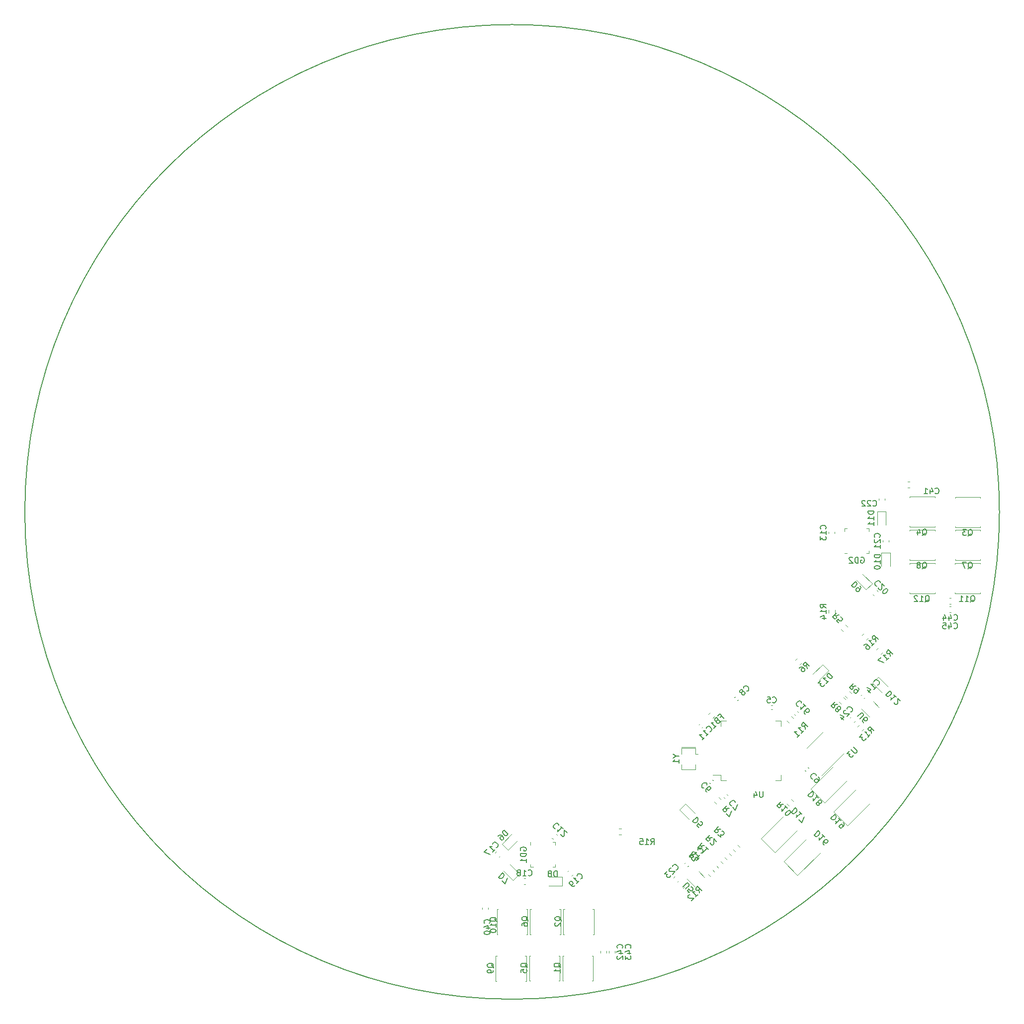
<source format=gbr>
%TF.GenerationSoftware,KiCad,Pcbnew,(6.0.8)*%
%TF.CreationDate,2022-12-08T06:23:49+09:00*%
%TF.ProjectId,ORION_VV_driver_v3,4f52494f-4e5f-4565-965f-647269766572,rev?*%
%TF.SameCoordinates,Original*%
%TF.FileFunction,Legend,Bot*%
%TF.FilePolarity,Positive*%
%FSLAX46Y46*%
G04 Gerber Fmt 4.6, Leading zero omitted, Abs format (unit mm)*
G04 Created by KiCad (PCBNEW (6.0.8)) date 2022-12-08 06:23:49*
%MOMM*%
%LPD*%
G01*
G04 APERTURE LIST*
%ADD10C,0.150000*%
%ADD11C,0.120000*%
G04 APERTURE END LIST*
D10*
X138892822Y-95430322D02*
G75*
G03*
X138892822Y-95430322I-83000000J0D01*
G01*
%TO.C,C7*%
X93857723Y-144910961D02*
X93857723Y-144843618D01*
X93790379Y-144708931D01*
X93723036Y-144641587D01*
X93588348Y-144574244D01*
X93453661Y-144574244D01*
X93352646Y-144607915D01*
X93184287Y-144708931D01*
X93083272Y-144809946D01*
X92982257Y-144978305D01*
X92948585Y-145079320D01*
X92948585Y-145214007D01*
X93015929Y-145348694D01*
X93083272Y-145416038D01*
X93217959Y-145483381D01*
X93285303Y-145483381D01*
X93453661Y-145786427D02*
X93925066Y-146257831D01*
X94329127Y-145247679D01*
%TO.C,FB1*%
X91362645Y-130428740D02*
X91598347Y-130193038D01*
X91968736Y-130563427D02*
X91261629Y-129856320D01*
X90924912Y-130193038D01*
X90756553Y-131034832D02*
X90689209Y-131169519D01*
X90689209Y-131236862D01*
X90722881Y-131337878D01*
X90823897Y-131438893D01*
X90924912Y-131472565D01*
X90992255Y-131472565D01*
X91093271Y-131438893D01*
X91362645Y-131169519D01*
X90655538Y-130462412D01*
X90419835Y-130698114D01*
X90386164Y-130799129D01*
X90386164Y-130866473D01*
X90419835Y-130967488D01*
X90487179Y-131034832D01*
X90588194Y-131068504D01*
X90655538Y-131068504D01*
X90756553Y-131034832D01*
X90992255Y-130799129D01*
X90285148Y-132247015D02*
X90689209Y-131842954D01*
X90487179Y-132044984D02*
X89780072Y-131337878D01*
X89948431Y-131371549D01*
X90083118Y-131371549D01*
X90184133Y-131337878D01*
%TO.C,R5*%
X111592128Y-113013205D02*
X111019708Y-113114220D01*
X111188067Y-112609144D02*
X110480960Y-113316250D01*
X110750334Y-113585625D01*
X110851349Y-113619296D01*
X110918693Y-113619296D01*
X111019708Y-113585625D01*
X111120723Y-113484609D01*
X111154395Y-113383594D01*
X111154395Y-113316250D01*
X111120723Y-113215235D01*
X110851349Y-112945861D01*
X111524785Y-114360075D02*
X111188067Y-114023357D01*
X111491113Y-113652968D01*
X111491113Y-113720312D01*
X111524785Y-113821327D01*
X111693143Y-113989686D01*
X111794159Y-114023357D01*
X111861502Y-114023357D01*
X111962517Y-113989686D01*
X112130876Y-113821327D01*
X112164548Y-113720312D01*
X112164548Y-113652968D01*
X112130876Y-113551953D01*
X111962517Y-113383594D01*
X111861502Y-113349922D01*
X111794159Y-113349922D01*
%TO.C,R10*%
X102073629Y-145214006D02*
X101501210Y-145315021D01*
X101669568Y-144809945D02*
X100962462Y-145517052D01*
X101231836Y-145786426D01*
X101332851Y-145820098D01*
X101400194Y-145820098D01*
X101501210Y-145786426D01*
X101602225Y-145685411D01*
X101635897Y-145584395D01*
X101635897Y-145517052D01*
X101602225Y-145416037D01*
X101332851Y-145146663D01*
X102747065Y-145887441D02*
X102343004Y-145483380D01*
X102545034Y-145685411D02*
X101837927Y-146392518D01*
X101871599Y-146224159D01*
X101871599Y-146089472D01*
X101837927Y-145988457D01*
X102477691Y-147032281D02*
X102545034Y-147099624D01*
X102646049Y-147133296D01*
X102713393Y-147133296D01*
X102814408Y-147099624D01*
X102982767Y-146998609D01*
X103151126Y-146830250D01*
X103252141Y-146661892D01*
X103285813Y-146560876D01*
X103285813Y-146493533D01*
X103252141Y-146392518D01*
X103184797Y-146325174D01*
X103083782Y-146291502D01*
X103016439Y-146291502D01*
X102915423Y-146325174D01*
X102747065Y-146426189D01*
X102578706Y-146594548D01*
X102477691Y-146762907D01*
X102444019Y-146863922D01*
X102444019Y-146931266D01*
X102477691Y-147032281D01*
%TO.C,C22*%
X117346863Y-94373251D02*
X117394482Y-94420870D01*
X117537339Y-94468489D01*
X117632577Y-94468489D01*
X117775434Y-94420870D01*
X117870672Y-94325632D01*
X117918291Y-94230394D01*
X117965910Y-94039918D01*
X117965910Y-93897061D01*
X117918291Y-93706585D01*
X117870672Y-93611347D01*
X117775434Y-93516109D01*
X117632577Y-93468489D01*
X117537339Y-93468489D01*
X117394482Y-93516109D01*
X117346863Y-93563728D01*
X116965910Y-93563728D02*
X116918291Y-93516109D01*
X116823053Y-93468489D01*
X116584958Y-93468489D01*
X116489720Y-93516109D01*
X116442101Y-93563728D01*
X116394482Y-93658966D01*
X116394482Y-93754204D01*
X116442101Y-93897061D01*
X117013529Y-94468489D01*
X116394482Y-94468489D01*
X116013529Y-93563728D02*
X115965910Y-93516109D01*
X115870672Y-93468489D01*
X115632577Y-93468489D01*
X115537339Y-93516109D01*
X115489720Y-93563728D01*
X115442101Y-93658966D01*
X115442101Y-93754204D01*
X115489720Y-93897061D01*
X116061148Y-94468489D01*
X115442101Y-94468489D01*
%TO.C,R2*%
X90007694Y-150882309D02*
X89435274Y-150983324D01*
X89603633Y-150478248D02*
X88896526Y-151185354D01*
X89165900Y-151454729D01*
X89266915Y-151488400D01*
X89334259Y-151488400D01*
X89435274Y-151454729D01*
X89536289Y-151353713D01*
X89569961Y-151252698D01*
X89569961Y-151185354D01*
X89536289Y-151084339D01*
X89266915Y-150814965D01*
X89637305Y-151791446D02*
X89637305Y-151858790D01*
X89670976Y-151959805D01*
X89839335Y-152128164D01*
X89940351Y-152161835D01*
X90007694Y-152161835D01*
X90108709Y-152128164D01*
X90176053Y-152060820D01*
X90243396Y-151926133D01*
X90243396Y-151118011D01*
X90681129Y-151555744D01*
%TO.C,R13*%
X117124902Y-133125847D02*
X117023887Y-132553428D01*
X117528963Y-132721786D02*
X116821856Y-132014680D01*
X116552482Y-132284054D01*
X116518810Y-132385069D01*
X116518810Y-132452412D01*
X116552482Y-132553428D01*
X116653497Y-132654443D01*
X116754513Y-132688115D01*
X116821856Y-132688115D01*
X116922871Y-132654443D01*
X117192245Y-132385069D01*
X116451467Y-133799283D02*
X116855528Y-133395222D01*
X116653497Y-133597252D02*
X115946390Y-132890145D01*
X116114749Y-132923817D01*
X116249436Y-132923817D01*
X116350452Y-132890145D01*
X115508658Y-133327878D02*
X115070925Y-133765611D01*
X115576001Y-133799283D01*
X115474986Y-133900298D01*
X115441314Y-134001313D01*
X115441314Y-134068657D01*
X115474986Y-134169672D01*
X115643345Y-134338031D01*
X115744360Y-134371702D01*
X115811703Y-134371702D01*
X115912719Y-134338031D01*
X116114749Y-134136000D01*
X116148421Y-134034985D01*
X116148421Y-133967641D01*
%TO.C,C21*%
X118475361Y-99737212D02*
X118522980Y-99689593D01*
X118570599Y-99546736D01*
X118570599Y-99451498D01*
X118522980Y-99308641D01*
X118427742Y-99213403D01*
X118332504Y-99165784D01*
X118142028Y-99118165D01*
X117999171Y-99118165D01*
X117808695Y-99165784D01*
X117713457Y-99213403D01*
X117618219Y-99308641D01*
X117570599Y-99451498D01*
X117570599Y-99546736D01*
X117618219Y-99689593D01*
X117665838Y-99737212D01*
X117665838Y-100118165D02*
X117618219Y-100165784D01*
X117570599Y-100261022D01*
X117570599Y-100499117D01*
X117618219Y-100594355D01*
X117665838Y-100641974D01*
X117761076Y-100689593D01*
X117856314Y-100689593D01*
X117999171Y-100641974D01*
X118570599Y-100070546D01*
X118570599Y-100689593D01*
X118570599Y-101641974D02*
X118570599Y-101070546D01*
X118570599Y-101356260D02*
X117570599Y-101356260D01*
X117713457Y-101261022D01*
X117808695Y-101165784D01*
X117856314Y-101070546D01*
%TO.C,Q10*%
X53258460Y-165216018D02*
X53210841Y-165120780D01*
X53115602Y-165025542D01*
X52972745Y-164882685D01*
X52925126Y-164787447D01*
X52925126Y-164692208D01*
X53163221Y-164739827D02*
X53115602Y-164644589D01*
X53020364Y-164549351D01*
X52829888Y-164501732D01*
X52496555Y-164501732D01*
X52306079Y-164549351D01*
X52210841Y-164644589D01*
X52163221Y-164739827D01*
X52163221Y-164930304D01*
X52210841Y-165025542D01*
X52306079Y-165120780D01*
X52496555Y-165168399D01*
X52829888Y-165168399D01*
X53020364Y-165120780D01*
X53115602Y-165025542D01*
X53163221Y-164930304D01*
X53163221Y-164739827D01*
X53163221Y-166120780D02*
X53163221Y-165549351D01*
X53163221Y-165835066D02*
X52163221Y-165835066D01*
X52306079Y-165739827D01*
X52401317Y-165644589D01*
X52448936Y-165549351D01*
X52163221Y-166739827D02*
X52163221Y-166835066D01*
X52210841Y-166930304D01*
X52258460Y-166977923D01*
X52353698Y-167025542D01*
X52544174Y-167073161D01*
X52782269Y-167073161D01*
X52972745Y-167025542D01*
X53067983Y-166977923D01*
X53115602Y-166930304D01*
X53163221Y-166835066D01*
X53163221Y-166739827D01*
X53115602Y-166644589D01*
X53067983Y-166596970D01*
X52972745Y-166549351D01*
X52782269Y-166501732D01*
X52544174Y-166501732D01*
X52353698Y-166549351D01*
X52258460Y-166596970D01*
X52210841Y-166644589D01*
X52163221Y-166739827D01*
%TO.C,C16*%
X105188266Y-127957234D02*
X105188266Y-127889890D01*
X105120922Y-127755203D01*
X105053579Y-127687860D01*
X104918892Y-127620516D01*
X104784205Y-127620516D01*
X104683190Y-127654188D01*
X104514831Y-127755203D01*
X104413816Y-127856218D01*
X104312800Y-128024577D01*
X104279129Y-128125592D01*
X104279129Y-128260279D01*
X104346472Y-128394966D01*
X104413816Y-128462310D01*
X104548503Y-128529653D01*
X104615846Y-128529653D01*
X105929045Y-128563325D02*
X105524984Y-128159264D01*
X105727014Y-128361295D02*
X105019907Y-129068402D01*
X105053579Y-128900043D01*
X105053579Y-128765356D01*
X105019907Y-128664341D01*
X105828029Y-129876524D02*
X105693342Y-129741837D01*
X105659671Y-129640821D01*
X105659671Y-129573478D01*
X105693342Y-129405119D01*
X105794358Y-129236760D01*
X106063732Y-128967386D01*
X106164747Y-128933715D01*
X106232090Y-128933715D01*
X106333106Y-128967386D01*
X106467793Y-129102073D01*
X106501464Y-129203089D01*
X106501464Y-129270432D01*
X106467793Y-129371447D01*
X106299434Y-129539806D01*
X106198419Y-129573478D01*
X106131075Y-129573478D01*
X106030060Y-129539806D01*
X105895373Y-129405119D01*
X105861701Y-129304104D01*
X105861701Y-129236760D01*
X105895373Y-129135745D01*
%TO.C,C15*%
X88066180Y-153564601D02*
X88133524Y-153564601D01*
X88268211Y-153497257D01*
X88335554Y-153429914D01*
X88402898Y-153295227D01*
X88402898Y-153160540D01*
X88369226Y-153059525D01*
X88268211Y-152891166D01*
X88167196Y-152790151D01*
X87998837Y-152689135D01*
X87897822Y-152655464D01*
X87763135Y-152655464D01*
X87628448Y-152722807D01*
X87561104Y-152790151D01*
X87493761Y-152924838D01*
X87493761Y-152992181D01*
X87460089Y-154305380D02*
X87864150Y-153901319D01*
X87662119Y-154103349D02*
X86955012Y-153396242D01*
X87123371Y-153429914D01*
X87258058Y-153429914D01*
X87359073Y-153396242D01*
X86113219Y-154238036D02*
X86449936Y-153901319D01*
X86820325Y-154204364D01*
X86752982Y-154204364D01*
X86651967Y-154238036D01*
X86483608Y-154406395D01*
X86449936Y-154507410D01*
X86449936Y-154574754D01*
X86483608Y-154675769D01*
X86651967Y-154844128D01*
X86752982Y-154877799D01*
X86820325Y-154877799D01*
X86921341Y-154844128D01*
X87089699Y-154675769D01*
X87123371Y-154574754D01*
X87123371Y-154507410D01*
%TO.C,U3*%
X114027100Y-135516541D02*
X114599520Y-136088961D01*
X114633192Y-136189976D01*
X114633192Y-136257320D01*
X114599520Y-136358335D01*
X114464833Y-136493022D01*
X114363818Y-136526694D01*
X114296474Y-136526694D01*
X114195459Y-136493022D01*
X113623039Y-135920602D01*
X113353665Y-136189976D02*
X112915933Y-136627709D01*
X113421009Y-136661381D01*
X113319994Y-136762396D01*
X113286322Y-136863411D01*
X113286322Y-136930755D01*
X113319994Y-137031770D01*
X113488352Y-137200129D01*
X113589368Y-137233801D01*
X113656711Y-137233801D01*
X113757726Y-137200129D01*
X113959757Y-136998098D01*
X113993429Y-136897083D01*
X113993429Y-136829740D01*
%TO.C,D13*%
X110486982Y-123558485D02*
X109779875Y-122851379D01*
X109611516Y-123019737D01*
X109544173Y-123154424D01*
X109544173Y-123289111D01*
X109577845Y-123390127D01*
X109678860Y-123558485D01*
X109779875Y-123659501D01*
X109948234Y-123760516D01*
X110049249Y-123794188D01*
X110183936Y-123794188D01*
X110318623Y-123726844D01*
X110486982Y-123558485D01*
X109409486Y-124635982D02*
X109813547Y-124231921D01*
X109611516Y-124433951D02*
X108904409Y-123726844D01*
X109072768Y-123760516D01*
X109207455Y-123760516D01*
X109308471Y-123726844D01*
X108466677Y-124164577D02*
X108028944Y-124602310D01*
X108534020Y-124635982D01*
X108433005Y-124736997D01*
X108399333Y-124838012D01*
X108399333Y-124905356D01*
X108433005Y-125006371D01*
X108601364Y-125174730D01*
X108702379Y-125208401D01*
X108769722Y-125208401D01*
X108870738Y-125174730D01*
X109072768Y-124972699D01*
X109106440Y-124871684D01*
X109106440Y-124804340D01*
%TO.C,D8*%
X63533629Y-157569349D02*
X63533629Y-156569349D01*
X63295534Y-156569349D01*
X63152676Y-156616969D01*
X63057438Y-156712207D01*
X63009819Y-156807445D01*
X62962200Y-156997921D01*
X62962200Y-157140778D01*
X63009819Y-157331254D01*
X63057438Y-157426492D01*
X63152676Y-157521730D01*
X63295534Y-157569349D01*
X63533629Y-157569349D01*
X62390772Y-156997921D02*
X62486010Y-156950302D01*
X62533629Y-156902683D01*
X62581248Y-156807445D01*
X62581248Y-156759826D01*
X62533629Y-156664588D01*
X62486010Y-156616969D01*
X62390772Y-156569349D01*
X62200295Y-156569349D01*
X62105057Y-156616969D01*
X62057438Y-156664588D01*
X62009819Y-156759826D01*
X62009819Y-156807445D01*
X62057438Y-156902683D01*
X62105057Y-156950302D01*
X62200295Y-156997921D01*
X62390772Y-156997921D01*
X62486010Y-157045540D01*
X62533629Y-157093159D01*
X62581248Y-157188397D01*
X62581248Y-157378873D01*
X62533629Y-157474111D01*
X62486010Y-157521730D01*
X62390772Y-157569349D01*
X62200295Y-157569349D01*
X62105057Y-157521730D01*
X62057438Y-157474111D01*
X62009819Y-157378873D01*
X62009819Y-157188397D01*
X62057438Y-157093159D01*
X62105057Y-157045540D01*
X62200295Y-156997921D01*
%TO.C,C43*%
X76048954Y-169740783D02*
X76096573Y-169693164D01*
X76144192Y-169550307D01*
X76144192Y-169455069D01*
X76096573Y-169312212D01*
X76001335Y-169216974D01*
X75906097Y-169169355D01*
X75715621Y-169121736D01*
X75572764Y-169121736D01*
X75382288Y-169169355D01*
X75287050Y-169216974D01*
X75191812Y-169312212D01*
X75144192Y-169455069D01*
X75144192Y-169550307D01*
X75191812Y-169693164D01*
X75239431Y-169740783D01*
X75477526Y-170597926D02*
X76144192Y-170597926D01*
X75096573Y-170359831D02*
X75810859Y-170121736D01*
X75810859Y-170740783D01*
X75144192Y-171026498D02*
X75144192Y-171645545D01*
X75525145Y-171312212D01*
X75525145Y-171455069D01*
X75572764Y-171550307D01*
X75620383Y-171597926D01*
X75715621Y-171645545D01*
X75953716Y-171645545D01*
X76048954Y-171597926D01*
X76096573Y-171550307D01*
X76144192Y-171455069D01*
X76144192Y-171169355D01*
X76096573Y-171074117D01*
X76048954Y-171026498D01*
%TO.C,C40*%
X52007323Y-165498143D02*
X52054942Y-165450524D01*
X52102561Y-165307667D01*
X52102561Y-165212429D01*
X52054942Y-165069572D01*
X51959704Y-164974334D01*
X51864466Y-164926715D01*
X51673990Y-164879096D01*
X51531133Y-164879096D01*
X51340657Y-164926715D01*
X51245419Y-164974334D01*
X51150181Y-165069572D01*
X51102561Y-165212429D01*
X51102561Y-165307667D01*
X51150181Y-165450524D01*
X51197800Y-165498143D01*
X51435895Y-166355286D02*
X52102561Y-166355286D01*
X51054942Y-166117191D02*
X51769228Y-165879096D01*
X51769228Y-166498143D01*
X51102561Y-167069572D02*
X51102561Y-167164810D01*
X51150181Y-167260048D01*
X51197800Y-167307667D01*
X51293038Y-167355286D01*
X51483514Y-167402905D01*
X51721609Y-167402905D01*
X51912085Y-167355286D01*
X52007323Y-167307667D01*
X52054942Y-167260048D01*
X52102561Y-167164810D01*
X52102561Y-167069572D01*
X52054942Y-166974334D01*
X52007323Y-166926715D01*
X51912085Y-166879096D01*
X51721609Y-166831477D01*
X51483514Y-166831477D01*
X51293038Y-166879096D01*
X51197800Y-166926715D01*
X51150181Y-166974334D01*
X51102561Y-167069572D01*
%TO.C,D10*%
X118570599Y-102701318D02*
X117570599Y-102701318D01*
X117570599Y-102939413D01*
X117618219Y-103082270D01*
X117713457Y-103177508D01*
X117808695Y-103225127D01*
X117999171Y-103272746D01*
X118142028Y-103272746D01*
X118332504Y-103225127D01*
X118427742Y-103177508D01*
X118522980Y-103082270D01*
X118570599Y-102939413D01*
X118570599Y-102701318D01*
X118570599Y-104225127D02*
X118570599Y-103653699D01*
X118570599Y-103939413D02*
X117570599Y-103939413D01*
X117713457Y-103844175D01*
X117808695Y-103748937D01*
X117856314Y-103653699D01*
X117570599Y-104844175D02*
X117570599Y-104939413D01*
X117618219Y-105034651D01*
X117665838Y-105082270D01*
X117761076Y-105129889D01*
X117951552Y-105177508D01*
X118189647Y-105177508D01*
X118380123Y-105129889D01*
X118475361Y-105082270D01*
X118522980Y-105034651D01*
X118570599Y-104939413D01*
X118570599Y-104844175D01*
X118522980Y-104748937D01*
X118475361Y-104701318D01*
X118380123Y-104653699D01*
X118189647Y-104606080D01*
X117951552Y-104606080D01*
X117761076Y-104653699D01*
X117665838Y-104701318D01*
X117618219Y-104748937D01*
X117570599Y-104844175D01*
%TO.C,Q5*%
X58481242Y-173007883D02*
X58433623Y-172912645D01*
X58338384Y-172817407D01*
X58195527Y-172674550D01*
X58147908Y-172579312D01*
X58147908Y-172484074D01*
X58386003Y-172531693D02*
X58338384Y-172436455D01*
X58243146Y-172341217D01*
X58052670Y-172293598D01*
X57719337Y-172293598D01*
X57528861Y-172341217D01*
X57433623Y-172436455D01*
X57386003Y-172531693D01*
X57386003Y-172722169D01*
X57433623Y-172817407D01*
X57528861Y-172912645D01*
X57719337Y-172960264D01*
X58052670Y-172960264D01*
X58243146Y-172912645D01*
X58338384Y-172817407D01*
X58386003Y-172722169D01*
X58386003Y-172531693D01*
X57386003Y-173865026D02*
X57386003Y-173388836D01*
X57862194Y-173341217D01*
X57814575Y-173388836D01*
X57766956Y-173484074D01*
X57766956Y-173722169D01*
X57814575Y-173817407D01*
X57862194Y-173865026D01*
X57957432Y-173912645D01*
X58195527Y-173912645D01*
X58290765Y-173865026D01*
X58338384Y-173817407D01*
X58386003Y-173722169D01*
X58386003Y-173484074D01*
X58338384Y-173388836D01*
X58290765Y-173341217D01*
%TO.C,GD2*%
X115296970Y-103180070D02*
X115392208Y-103132450D01*
X115535065Y-103132450D01*
X115677923Y-103180070D01*
X115773161Y-103275308D01*
X115820780Y-103370546D01*
X115868399Y-103561022D01*
X115868399Y-103703879D01*
X115820780Y-103894355D01*
X115773161Y-103989593D01*
X115677923Y-104084831D01*
X115535065Y-104132450D01*
X115439827Y-104132450D01*
X115296970Y-104084831D01*
X115249351Y-104037212D01*
X115249351Y-103703879D01*
X115439827Y-103703879D01*
X114820780Y-104132450D02*
X114820780Y-103132450D01*
X114582685Y-103132450D01*
X114439827Y-103180070D01*
X114344589Y-103275308D01*
X114296970Y-103370546D01*
X114249351Y-103561022D01*
X114249351Y-103703879D01*
X114296970Y-103894355D01*
X114344589Y-103989593D01*
X114439827Y-104084831D01*
X114582685Y-104132450D01*
X114820780Y-104132450D01*
X113868399Y-103227689D02*
X113820780Y-103180070D01*
X113725542Y-103132450D01*
X113487446Y-103132450D01*
X113392208Y-103180070D01*
X113344589Y-103227689D01*
X113296970Y-103322927D01*
X113296970Y-103418165D01*
X113344589Y-103561022D01*
X113916018Y-104132450D01*
X113296970Y-104132450D01*
%TO.C,C9*%
X107646305Y-140314767D02*
X107646305Y-140247424D01*
X107578961Y-140112737D01*
X107511618Y-140045393D01*
X107376930Y-139978050D01*
X107242243Y-139978050D01*
X107141228Y-140011721D01*
X106972869Y-140112737D01*
X106871854Y-140213752D01*
X106770839Y-140382111D01*
X106737167Y-140483126D01*
X106737167Y-140617813D01*
X106804511Y-140752500D01*
X106871854Y-140819844D01*
X107006541Y-140887187D01*
X107073885Y-140887187D01*
X108050366Y-140584141D02*
X108185053Y-140718828D01*
X108218724Y-140819844D01*
X108218724Y-140887187D01*
X108185053Y-141055546D01*
X108084037Y-141223905D01*
X107814663Y-141493279D01*
X107713648Y-141526950D01*
X107646305Y-141526950D01*
X107545289Y-141493279D01*
X107410602Y-141358592D01*
X107376930Y-141257576D01*
X107376930Y-141190233D01*
X107410602Y-141089218D01*
X107578961Y-140920859D01*
X107679976Y-140887187D01*
X107747320Y-140887187D01*
X107848335Y-140920859D01*
X107983022Y-141055546D01*
X108016694Y-141156561D01*
X108016694Y-141223905D01*
X107983022Y-141324920D01*
%TO.C,D5*%
X87333820Y-147444760D02*
X86626713Y-148151866D01*
X86795072Y-148320225D01*
X86929759Y-148387569D01*
X87064446Y-148387569D01*
X87165461Y-148353897D01*
X87333820Y-148252882D01*
X87434835Y-148151866D01*
X87535850Y-147983508D01*
X87569522Y-147882492D01*
X87569522Y-147747805D01*
X87502179Y-147613118D01*
X87333820Y-147444760D01*
X87670538Y-149195691D02*
X87333820Y-148858973D01*
X87636866Y-148488584D01*
X87636866Y-148555928D01*
X87670538Y-148656943D01*
X87838896Y-148825302D01*
X87939912Y-148858973D01*
X88007255Y-148858973D01*
X88108270Y-148825302D01*
X88276629Y-148656943D01*
X88310301Y-148555928D01*
X88310301Y-148488584D01*
X88276629Y-148387569D01*
X88108270Y-148219210D01*
X88007255Y-148185538D01*
X87939912Y-148185538D01*
%TO.C,U5*%
X85000114Y-159253191D02*
X85572534Y-158680771D01*
X85673549Y-158647099D01*
X85740893Y-158647099D01*
X85841908Y-158680771D01*
X85976595Y-158815458D01*
X86010267Y-158916473D01*
X86010267Y-158983817D01*
X85976595Y-159084832D01*
X85404175Y-159657252D01*
X86077610Y-160330687D02*
X85740893Y-159993969D01*
X86043939Y-159623580D01*
X86043939Y-159690923D01*
X86077610Y-159791939D01*
X86245969Y-159960297D01*
X86346984Y-159993969D01*
X86414328Y-159993969D01*
X86515343Y-159960297D01*
X86683702Y-159791939D01*
X86717374Y-159690923D01*
X86717374Y-159623580D01*
X86683702Y-159522565D01*
X86515343Y-159354206D01*
X86414328Y-159320534D01*
X86346984Y-159320534D01*
%TO.C,C5*%
X100253662Y-127842194D02*
X100301281Y-127889813D01*
X100444138Y-127937432D01*
X100539376Y-127937432D01*
X100682234Y-127889813D01*
X100777472Y-127794575D01*
X100825091Y-127699337D01*
X100872710Y-127508861D01*
X100872710Y-127366004D01*
X100825091Y-127175528D01*
X100777472Y-127080290D01*
X100682234Y-126985052D01*
X100539376Y-126937432D01*
X100444138Y-126937432D01*
X100301281Y-126985052D01*
X100253662Y-127032671D01*
X99348900Y-126937432D02*
X99825091Y-126937432D01*
X99872710Y-127413623D01*
X99825091Y-127366004D01*
X99729853Y-127318385D01*
X99491757Y-127318385D01*
X99396519Y-127366004D01*
X99348900Y-127413623D01*
X99301281Y-127508861D01*
X99301281Y-127746956D01*
X99348900Y-127842194D01*
X99396519Y-127889813D01*
X99491757Y-127937432D01*
X99729853Y-127937432D01*
X99825091Y-127889813D01*
X99872710Y-127842194D01*
%TO.C,C11*%
X89551104Y-132846373D02*
X89618448Y-132846373D01*
X89753135Y-132779029D01*
X89820478Y-132711686D01*
X89887822Y-132576999D01*
X89887822Y-132442312D01*
X89854150Y-132341297D01*
X89753135Y-132172938D01*
X89652120Y-132071923D01*
X89483761Y-131970907D01*
X89382746Y-131937236D01*
X89248059Y-131937236D01*
X89113372Y-132004579D01*
X89046028Y-132071923D01*
X88978685Y-132206610D01*
X88978685Y-132273953D01*
X88945013Y-133587152D02*
X89349074Y-133183091D01*
X89147043Y-133385121D02*
X88439936Y-132678014D01*
X88608295Y-132711686D01*
X88742982Y-132711686D01*
X88843998Y-132678014D01*
X88271578Y-134260587D02*
X88675639Y-133856526D01*
X88473608Y-134058556D02*
X87766501Y-133351449D01*
X87934860Y-133385121D01*
X88069547Y-133385121D01*
X88170562Y-133351449D01*
%TO.C,C42*%
X74634741Y-169740783D02*
X74682360Y-169693164D01*
X74729979Y-169550307D01*
X74729979Y-169455069D01*
X74682360Y-169312212D01*
X74587122Y-169216974D01*
X74491884Y-169169355D01*
X74301408Y-169121736D01*
X74158551Y-169121736D01*
X73968075Y-169169355D01*
X73872837Y-169216974D01*
X73777599Y-169312212D01*
X73729979Y-169455069D01*
X73729979Y-169550307D01*
X73777599Y-169693164D01*
X73825218Y-169740783D01*
X74063313Y-170597926D02*
X74729979Y-170597926D01*
X73682360Y-170359831D02*
X74396646Y-170121736D01*
X74396646Y-170740783D01*
X73825218Y-171074117D02*
X73777599Y-171121736D01*
X73729979Y-171216974D01*
X73729979Y-171455069D01*
X73777599Y-171550307D01*
X73825218Y-171597926D01*
X73920456Y-171645545D01*
X74015694Y-171645545D01*
X74158551Y-171597926D01*
X74729979Y-171026498D01*
X74729979Y-171645545D01*
%TO.C,C12*%
X63822519Y-148816884D02*
X63822519Y-148749540D01*
X63755175Y-148614853D01*
X63687832Y-148547510D01*
X63553145Y-148480166D01*
X63418458Y-148480166D01*
X63317443Y-148513838D01*
X63149084Y-148614853D01*
X63048069Y-148715868D01*
X62947053Y-148884227D01*
X62913382Y-148985242D01*
X62913382Y-149119929D01*
X62980725Y-149254616D01*
X63048069Y-149321960D01*
X63182756Y-149389303D01*
X63250099Y-149389303D01*
X64563298Y-149422975D02*
X64159237Y-149018914D01*
X64361267Y-149220945D02*
X63654160Y-149928052D01*
X63687832Y-149759693D01*
X63687832Y-149625006D01*
X63654160Y-149523991D01*
X64192908Y-150332113D02*
X64192908Y-150399456D01*
X64226580Y-150500471D01*
X64394939Y-150668830D01*
X64495954Y-150702502D01*
X64563298Y-150702502D01*
X64664313Y-150668830D01*
X64731656Y-150601487D01*
X64799000Y-150466800D01*
X64799000Y-149658678D01*
X65236733Y-150096410D01*
%TO.C,D6*%
X55223174Y-150338426D02*
X54516068Y-149631319D01*
X54347709Y-149799678D01*
X54280365Y-149934365D01*
X54280365Y-150069052D01*
X54314037Y-150170067D01*
X54415052Y-150338426D01*
X54516068Y-150439441D01*
X54684426Y-150540457D01*
X54785442Y-150574128D01*
X54920129Y-150574128D01*
X55054816Y-150506785D01*
X55223174Y-150338426D01*
X53505915Y-150641472D02*
X53640602Y-150506785D01*
X53741617Y-150473113D01*
X53808961Y-150473113D01*
X53977319Y-150506785D01*
X54145678Y-150607800D01*
X54415052Y-150877174D01*
X54448724Y-150978189D01*
X54448724Y-151045533D01*
X54415052Y-151146548D01*
X54280365Y-151281235D01*
X54179350Y-151314907D01*
X54112006Y-151314907D01*
X54010991Y-151281235D01*
X53842632Y-151112876D01*
X53808961Y-151011861D01*
X53808961Y-150944518D01*
X53842632Y-150843502D01*
X53977319Y-150708815D01*
X54078335Y-150675144D01*
X54145678Y-150675144D01*
X54246693Y-150708815D01*
%TO.C,Q2*%
X64274150Y-165093655D02*
X64226531Y-164998417D01*
X64131292Y-164903179D01*
X63988435Y-164760322D01*
X63940816Y-164665084D01*
X63940816Y-164569846D01*
X64178911Y-164617465D02*
X64131292Y-164522227D01*
X64036054Y-164426989D01*
X63845578Y-164379370D01*
X63512245Y-164379370D01*
X63321769Y-164426989D01*
X63226531Y-164522227D01*
X63178911Y-164617465D01*
X63178911Y-164807941D01*
X63226531Y-164903179D01*
X63321769Y-164998417D01*
X63512245Y-165046036D01*
X63845578Y-165046036D01*
X64036054Y-164998417D01*
X64131292Y-164903179D01*
X64178911Y-164807941D01*
X64178911Y-164617465D01*
X63274150Y-165426989D02*
X63226531Y-165474608D01*
X63178911Y-165569846D01*
X63178911Y-165807941D01*
X63226531Y-165903179D01*
X63274150Y-165950798D01*
X63369388Y-165998417D01*
X63464626Y-165998417D01*
X63607483Y-165950798D01*
X64178911Y-165379370D01*
X64178911Y-165998417D01*
%TO.C,Q4*%
X125746632Y-99457941D02*
X125841870Y-99410322D01*
X125937108Y-99315083D01*
X126079965Y-99172226D01*
X126175203Y-99124607D01*
X126270441Y-99124607D01*
X126222822Y-99362702D02*
X126318060Y-99315083D01*
X126413298Y-99219845D01*
X126460917Y-99029369D01*
X126460917Y-98696036D01*
X126413298Y-98505560D01*
X126318060Y-98410322D01*
X126222822Y-98362702D01*
X126032346Y-98362702D01*
X125937108Y-98410322D01*
X125841870Y-98505560D01*
X125794251Y-98696036D01*
X125794251Y-99029369D01*
X125841870Y-99219845D01*
X125937108Y-99315083D01*
X126032346Y-99362702D01*
X126222822Y-99362702D01*
X124937108Y-98696036D02*
X124937108Y-99362702D01*
X125175203Y-98315083D02*
X125413298Y-99029369D01*
X124794251Y-99029369D01*
%TO.C,R4*%
X87179267Y-153710736D02*
X86606847Y-153811751D01*
X86775206Y-153306675D02*
X86068099Y-154013781D01*
X86337473Y-154283156D01*
X86438488Y-154316827D01*
X86505832Y-154316827D01*
X86606847Y-154283156D01*
X86707862Y-154182140D01*
X86741534Y-154081125D01*
X86741534Y-154013781D01*
X86707862Y-153912766D01*
X86438488Y-153643392D01*
X87313954Y-154788232D02*
X87785359Y-154316827D01*
X86876221Y-154889247D02*
X87212939Y-154215812D01*
X87650672Y-154653545D01*
%TO.C,R3*%
X91421908Y-149468096D02*
X90849488Y-149569111D01*
X91017847Y-149064035D02*
X90310740Y-149771141D01*
X90580114Y-150040516D01*
X90681129Y-150074187D01*
X90748473Y-150074187D01*
X90849488Y-150040516D01*
X90950503Y-149939500D01*
X90984175Y-149838485D01*
X90984175Y-149771141D01*
X90950503Y-149670126D01*
X90681129Y-149400752D01*
X90950503Y-150410905D02*
X91388236Y-150848638D01*
X91421908Y-150343561D01*
X91522923Y-150444577D01*
X91623939Y-150478248D01*
X91691282Y-150478248D01*
X91792297Y-150444577D01*
X91960656Y-150276218D01*
X91994328Y-150175203D01*
X91994328Y-150107859D01*
X91960656Y-150006844D01*
X91758626Y-149804813D01*
X91657610Y-149771141D01*
X91590267Y-149771141D01*
%TO.C,C24*%
X113522024Y-129522970D02*
X113589368Y-129522970D01*
X113724055Y-129455626D01*
X113791398Y-129388283D01*
X113858742Y-129253596D01*
X113858742Y-129118909D01*
X113825070Y-129017894D01*
X113724055Y-128849535D01*
X113623040Y-128748520D01*
X113454681Y-128647504D01*
X113353666Y-128613833D01*
X113218979Y-128613833D01*
X113084292Y-128681176D01*
X113016948Y-128748520D01*
X112949605Y-128883207D01*
X112949605Y-128950550D01*
X112680230Y-129219924D02*
X112612887Y-129219924D01*
X112511872Y-129253596D01*
X112343513Y-129421955D01*
X112309841Y-129522970D01*
X112309841Y-129590313D01*
X112343513Y-129691329D01*
X112410856Y-129758672D01*
X112545543Y-129826016D01*
X113353666Y-129826016D01*
X112915933Y-130263749D01*
X111838437Y-130398436D02*
X112309841Y-130869840D01*
X111737421Y-129960703D02*
X112410856Y-130297420D01*
X111973124Y-130735153D01*
%TO.C,Q9*%
X52770835Y-173061436D02*
X52723216Y-172966198D01*
X52627977Y-172870960D01*
X52485120Y-172728103D01*
X52437501Y-172632865D01*
X52437501Y-172537627D01*
X52675596Y-172585246D02*
X52627977Y-172490008D01*
X52532739Y-172394770D01*
X52342263Y-172347151D01*
X52008930Y-172347151D01*
X51818454Y-172394770D01*
X51723216Y-172490008D01*
X51675596Y-172585246D01*
X51675596Y-172775722D01*
X51723216Y-172870960D01*
X51818454Y-172966198D01*
X52008930Y-173013817D01*
X52342263Y-173013817D01*
X52532739Y-172966198D01*
X52627977Y-172870960D01*
X52675596Y-172775722D01*
X52675596Y-172585246D01*
X52675596Y-173490008D02*
X52675596Y-173680484D01*
X52627977Y-173775722D01*
X52580358Y-173823341D01*
X52437501Y-173918579D01*
X52247025Y-173966198D01*
X51866073Y-173966198D01*
X51770835Y-173918579D01*
X51723216Y-173870960D01*
X51675596Y-173775722D01*
X51675596Y-173585246D01*
X51723216Y-173490008D01*
X51770835Y-173442389D01*
X51866073Y-173394770D01*
X52104168Y-173394770D01*
X52199406Y-173442389D01*
X52247025Y-173490008D01*
X52294644Y-173585246D01*
X52294644Y-173775722D01*
X52247025Y-173870960D01*
X52199406Y-173918579D01*
X52104168Y-173966198D01*
%TO.C,Q7*%
X133524806Y-105114796D02*
X133620044Y-105067177D01*
X133715282Y-104971938D01*
X133858139Y-104829081D01*
X133953377Y-104781462D01*
X134048615Y-104781462D01*
X134000996Y-105019557D02*
X134096234Y-104971938D01*
X134191472Y-104876700D01*
X134239091Y-104686224D01*
X134239091Y-104352891D01*
X134191472Y-104162415D01*
X134096234Y-104067177D01*
X134000996Y-104019557D01*
X133810520Y-104019557D01*
X133715282Y-104067177D01*
X133620044Y-104162415D01*
X133572425Y-104352891D01*
X133572425Y-104686224D01*
X133620044Y-104876700D01*
X133715282Y-104971938D01*
X133810520Y-105019557D01*
X134000996Y-105019557D01*
X133239091Y-104019557D02*
X132572425Y-104019557D01*
X133000996Y-105019557D01*
%TO.C,Q8*%
X125746632Y-105114796D02*
X125841870Y-105067177D01*
X125937108Y-104971938D01*
X126079965Y-104829081D01*
X126175203Y-104781462D01*
X126270441Y-104781462D01*
X126222822Y-105019557D02*
X126318060Y-104971938D01*
X126413298Y-104876700D01*
X126460917Y-104686224D01*
X126460917Y-104352891D01*
X126413298Y-104162415D01*
X126318060Y-104067177D01*
X126222822Y-104019557D01*
X126032346Y-104019557D01*
X125937108Y-104067177D01*
X125841870Y-104162415D01*
X125794251Y-104352891D01*
X125794251Y-104686224D01*
X125841870Y-104876700D01*
X125937108Y-104971938D01*
X126032346Y-105019557D01*
X126222822Y-105019557D01*
X125222822Y-104448129D02*
X125318060Y-104400510D01*
X125365679Y-104352891D01*
X125413298Y-104257653D01*
X125413298Y-104210034D01*
X125365679Y-104114796D01*
X125318060Y-104067177D01*
X125222822Y-104019557D01*
X125032346Y-104019557D01*
X124937108Y-104067177D01*
X124889489Y-104114796D01*
X124841870Y-104210034D01*
X124841870Y-104257653D01*
X124889489Y-104352891D01*
X124937108Y-104400510D01*
X125032346Y-104448129D01*
X125222822Y-104448129D01*
X125318060Y-104495748D01*
X125365679Y-104543367D01*
X125413298Y-104638605D01*
X125413298Y-104829081D01*
X125365679Y-104924319D01*
X125318060Y-104971938D01*
X125222822Y-105019557D01*
X125032346Y-105019557D01*
X124937108Y-104971938D01*
X124889489Y-104924319D01*
X124841870Y-104829081D01*
X124841870Y-104638605D01*
X124889489Y-104543367D01*
X124937108Y-104495748D01*
X125032346Y-104448129D01*
%TO.C,D7*%
X54258900Y-156937669D02*
X53551793Y-157644775D01*
X53720152Y-157813134D01*
X53854839Y-157880478D01*
X53989526Y-157880478D01*
X54090541Y-157846806D01*
X54258900Y-157745791D01*
X54359915Y-157644775D01*
X54460930Y-157476417D01*
X54494602Y-157375401D01*
X54494602Y-157240714D01*
X54427259Y-157106027D01*
X54258900Y-156937669D01*
X54191556Y-158284539D02*
X54662961Y-158755943D01*
X55067022Y-157745791D01*
%TO.C,R15*%
X79516650Y-152097692D02*
X79849983Y-151621502D01*
X80088078Y-152097692D02*
X80088078Y-151097692D01*
X79707126Y-151097692D01*
X79611888Y-151145312D01*
X79564269Y-151192931D01*
X79516650Y-151288169D01*
X79516650Y-151431026D01*
X79564269Y-151526264D01*
X79611888Y-151573883D01*
X79707126Y-151621502D01*
X80088078Y-151621502D01*
X78564269Y-152097692D02*
X79135697Y-152097692D01*
X78849983Y-152097692D02*
X78849983Y-151097692D01*
X78945221Y-151240550D01*
X79040459Y-151335788D01*
X79135697Y-151383407D01*
X77659507Y-151097692D02*
X78135697Y-151097692D01*
X78183316Y-151573883D01*
X78135697Y-151526264D01*
X78040459Y-151478645D01*
X77802364Y-151478645D01*
X77707126Y-151526264D01*
X77659507Y-151573883D01*
X77611888Y-151669121D01*
X77611888Y-151907216D01*
X77659507Y-152002454D01*
X77707126Y-152050073D01*
X77802364Y-152097692D01*
X78040459Y-152097692D01*
X78135697Y-152050073D01*
X78183316Y-152002454D01*
%TO.C,Y1*%
X83799731Y-137026985D02*
X84275921Y-137026985D01*
X83275921Y-136693652D02*
X83799731Y-137026985D01*
X83275921Y-137360318D01*
X84275921Y-138217461D02*
X84275921Y-137646033D01*
X84275921Y-137931747D02*
X83275921Y-137931747D01*
X83418779Y-137836509D01*
X83514017Y-137741271D01*
X83561636Y-137646033D01*
%TO.C,D11*%
X117509939Y-95276697D02*
X116509939Y-95276697D01*
X116509939Y-95514792D01*
X116557559Y-95657649D01*
X116652797Y-95752887D01*
X116748035Y-95800506D01*
X116938511Y-95848125D01*
X117081368Y-95848125D01*
X117271844Y-95800506D01*
X117367082Y-95752887D01*
X117462320Y-95657649D01*
X117509939Y-95514792D01*
X117509939Y-95276697D01*
X117509939Y-96800506D02*
X117509939Y-96229078D01*
X117509939Y-96514792D02*
X116509939Y-96514792D01*
X116652797Y-96419554D01*
X116748035Y-96324316D01*
X116795654Y-96229078D01*
X117509939Y-97752887D02*
X117509939Y-97181459D01*
X117509939Y-97467173D02*
X116509939Y-97467173D01*
X116652797Y-97371935D01*
X116748035Y-97276697D01*
X116795654Y-97181459D01*
%TO.C,C20*%
X118573798Y-107500635D02*
X118573798Y-107433291D01*
X118506454Y-107298604D01*
X118439111Y-107231261D01*
X118304424Y-107163917D01*
X118169737Y-107163917D01*
X118068722Y-107197589D01*
X117900363Y-107298604D01*
X117799348Y-107399619D01*
X117698332Y-107567978D01*
X117664661Y-107668993D01*
X117664661Y-107803680D01*
X117732004Y-107938367D01*
X117799348Y-108005711D01*
X117934035Y-108073054D01*
X118001378Y-108073054D01*
X118270752Y-108342429D02*
X118270752Y-108409772D01*
X118304424Y-108510787D01*
X118472783Y-108679146D01*
X118573798Y-108712818D01*
X118641141Y-108712818D01*
X118742157Y-108679146D01*
X118809500Y-108611803D01*
X118876844Y-108477116D01*
X118876844Y-107668993D01*
X119314577Y-108106726D01*
X119045203Y-109251566D02*
X119112546Y-109318909D01*
X119213561Y-109352581D01*
X119280905Y-109352581D01*
X119381920Y-109318909D01*
X119550279Y-109217894D01*
X119718638Y-109049535D01*
X119819653Y-108881177D01*
X119853325Y-108780161D01*
X119853325Y-108712818D01*
X119819653Y-108611803D01*
X119752309Y-108544459D01*
X119651294Y-108510787D01*
X119583951Y-108510787D01*
X119482935Y-108544459D01*
X119314577Y-108645474D01*
X119146218Y-108813833D01*
X119045203Y-108982192D01*
X119011531Y-109083207D01*
X119011531Y-109150551D01*
X119045203Y-109251566D01*
%TO.C,R12*%
X87779971Y-160349458D02*
X87678956Y-159777039D01*
X88184032Y-159945397D02*
X87476925Y-159238291D01*
X87207551Y-159507665D01*
X87173879Y-159608680D01*
X87173879Y-159676023D01*
X87207551Y-159777039D01*
X87308566Y-159878054D01*
X87409582Y-159911726D01*
X87476925Y-159911726D01*
X87577940Y-159878054D01*
X87847314Y-159608680D01*
X87106536Y-161022894D02*
X87510597Y-160618833D01*
X87308566Y-160820863D02*
X86601459Y-160113756D01*
X86769818Y-160147428D01*
X86904505Y-160147428D01*
X87005520Y-160113756D01*
X86197398Y-160652504D02*
X86130055Y-160652504D01*
X86029040Y-160686176D01*
X85860681Y-160854535D01*
X85827009Y-160955550D01*
X85827009Y-161022894D01*
X85860681Y-161123909D01*
X85928024Y-161191252D01*
X86062711Y-161258596D01*
X86870833Y-161258596D01*
X86433101Y-161696329D01*
%TO.C,C44*%
X131135445Y-113818687D02*
X131183064Y-113866306D01*
X131325921Y-113913925D01*
X131421159Y-113913925D01*
X131564016Y-113866306D01*
X131659254Y-113771068D01*
X131706873Y-113675830D01*
X131754492Y-113485354D01*
X131754492Y-113342497D01*
X131706873Y-113152021D01*
X131659254Y-113056783D01*
X131564016Y-112961545D01*
X131421159Y-112913925D01*
X131325921Y-112913925D01*
X131183064Y-112961545D01*
X131135445Y-113009164D01*
X130278302Y-113247259D02*
X130278302Y-113913925D01*
X130516397Y-112866306D02*
X130754492Y-113580592D01*
X130135445Y-113580592D01*
X129325921Y-113247259D02*
X129325921Y-113913925D01*
X129564016Y-112866306D02*
X129802111Y-113580592D01*
X129183064Y-113580592D01*
%TO.C,R16*%
X117832009Y-117569498D02*
X117730994Y-116997079D01*
X118236070Y-117165437D02*
X117528963Y-116458331D01*
X117259589Y-116727705D01*
X117225917Y-116828720D01*
X117225917Y-116896063D01*
X117259589Y-116997079D01*
X117360604Y-117098094D01*
X117461620Y-117131766D01*
X117528963Y-117131766D01*
X117629978Y-117098094D01*
X117899352Y-116828720D01*
X117158574Y-118242934D02*
X117562635Y-117838873D01*
X117360604Y-118040903D02*
X116653497Y-117333796D01*
X116821856Y-117367468D01*
X116956543Y-117367468D01*
X117057559Y-117333796D01*
X115845375Y-118141918D02*
X115980062Y-118007231D01*
X116081078Y-117973560D01*
X116148421Y-117973560D01*
X116316780Y-118007231D01*
X116485139Y-118108247D01*
X116754513Y-118377621D01*
X116788184Y-118478636D01*
X116788184Y-118545979D01*
X116754513Y-118646995D01*
X116619826Y-118781682D01*
X116518810Y-118815353D01*
X116451467Y-118815353D01*
X116350452Y-118781682D01*
X116182093Y-118613323D01*
X116148421Y-118512308D01*
X116148421Y-118444964D01*
X116182093Y-118343949D01*
X116316780Y-118209262D01*
X116417795Y-118175590D01*
X116485139Y-118175590D01*
X116586154Y-118209262D01*
%TO.C,U4*%
X98603567Y-143041342D02*
X98603567Y-143850866D01*
X98555948Y-143946104D01*
X98508329Y-143993723D01*
X98413091Y-144041342D01*
X98222615Y-144041342D01*
X98127377Y-143993723D01*
X98079758Y-143946104D01*
X98032139Y-143850866D01*
X98032139Y-143041342D01*
X97127377Y-143374676D02*
X97127377Y-144041342D01*
X97365472Y-142993723D02*
X97603567Y-143708009D01*
X96984520Y-143708009D01*
%TO.C,D16*%
X108033529Y-149759693D02*
X107326423Y-150466800D01*
X107494781Y-150635159D01*
X107629468Y-150702502D01*
X107764155Y-150702502D01*
X107865171Y-150668830D01*
X108033529Y-150567815D01*
X108134545Y-150466800D01*
X108235560Y-150298441D01*
X108269232Y-150197426D01*
X108269232Y-150062739D01*
X108201888Y-149928052D01*
X108033529Y-149759693D01*
X109111026Y-150837189D02*
X108706965Y-150433128D01*
X108908995Y-150635159D02*
X108201888Y-151342266D01*
X108235560Y-151173907D01*
X108235560Y-151039220D01*
X108201888Y-150938205D01*
X109010010Y-152150388D02*
X108875323Y-152015701D01*
X108841652Y-151914685D01*
X108841652Y-151847342D01*
X108875323Y-151678983D01*
X108976339Y-151510624D01*
X109245713Y-151241250D01*
X109346728Y-151207579D01*
X109414071Y-151207579D01*
X109515087Y-151241250D01*
X109649774Y-151375937D01*
X109683445Y-151476953D01*
X109683445Y-151544296D01*
X109649774Y-151645311D01*
X109481415Y-151813670D01*
X109380400Y-151847342D01*
X109313056Y-151847342D01*
X109212041Y-151813670D01*
X109077354Y-151678983D01*
X109043682Y-151577968D01*
X109043682Y-151510624D01*
X109077354Y-151409609D01*
%TO.C,R11*%
X105811194Y-132418740D02*
X105710179Y-131846321D01*
X106215255Y-132014679D02*
X105508148Y-131307573D01*
X105238774Y-131576947D01*
X105205102Y-131677962D01*
X105205102Y-131745305D01*
X105238774Y-131846321D01*
X105339789Y-131947336D01*
X105440805Y-131981008D01*
X105508148Y-131981008D01*
X105609163Y-131947336D01*
X105878537Y-131677962D01*
X105137759Y-133092176D02*
X105541820Y-132688115D01*
X105339789Y-132890145D02*
X104632682Y-132183038D01*
X104801041Y-132216710D01*
X104935728Y-132216710D01*
X105036744Y-132183038D01*
X104464324Y-133765611D02*
X104868385Y-133361550D01*
X104666354Y-133563580D02*
X103959247Y-132856473D01*
X104127606Y-132890145D01*
X104262293Y-132890145D01*
X104363308Y-132856473D01*
%TO.C,D12*%
X120231121Y-125894839D02*
X119524015Y-126601946D01*
X119692373Y-126770305D01*
X119827060Y-126837648D01*
X119961747Y-126837648D01*
X120062763Y-126803976D01*
X120231121Y-126702961D01*
X120332137Y-126601946D01*
X120433152Y-126433587D01*
X120466824Y-126332572D01*
X120466824Y-126197885D01*
X120399480Y-126063198D01*
X120231121Y-125894839D01*
X121308618Y-126972335D02*
X120904557Y-126568274D01*
X121106587Y-126770305D02*
X120399480Y-127477412D01*
X120433152Y-127309053D01*
X120433152Y-127174366D01*
X120399480Y-127073351D01*
X120938228Y-127881473D02*
X120938228Y-127948816D01*
X120971900Y-128049831D01*
X121140259Y-128218190D01*
X121241274Y-128251862D01*
X121308618Y-128251862D01*
X121409633Y-128218190D01*
X121476976Y-128150847D01*
X121544320Y-128016160D01*
X121544320Y-127208038D01*
X121982053Y-127645770D01*
%TO.C,C13*%
X109267187Y-98322998D02*
X109314806Y-98275379D01*
X109362425Y-98132522D01*
X109362425Y-98037284D01*
X109314806Y-97894427D01*
X109219568Y-97799189D01*
X109124330Y-97751570D01*
X108933854Y-97703951D01*
X108790997Y-97703951D01*
X108600521Y-97751570D01*
X108505283Y-97799189D01*
X108410045Y-97894427D01*
X108362425Y-98037284D01*
X108362425Y-98132522D01*
X108410045Y-98275379D01*
X108457664Y-98322998D01*
X109362425Y-99275379D02*
X109362425Y-98703951D01*
X109362425Y-98989665D02*
X108362425Y-98989665D01*
X108505283Y-98894427D01*
X108600521Y-98799189D01*
X108648140Y-98703951D01*
X108362425Y-99608713D02*
X108362425Y-100227760D01*
X108743378Y-99894427D01*
X108743378Y-100037284D01*
X108790997Y-100132522D01*
X108838616Y-100180141D01*
X108933854Y-100227760D01*
X109171949Y-100227760D01*
X109267187Y-100180141D01*
X109314806Y-100132522D01*
X109362425Y-100037284D01*
X109362425Y-99751570D01*
X109314806Y-99656332D01*
X109267187Y-99608713D01*
%TO.C,R17*%
X120306883Y-120044372D02*
X120205868Y-119471953D01*
X120710944Y-119640311D02*
X120003837Y-118933205D01*
X119734463Y-119202579D01*
X119700791Y-119303594D01*
X119700791Y-119370937D01*
X119734463Y-119471953D01*
X119835478Y-119572968D01*
X119936494Y-119606640D01*
X120003837Y-119606640D01*
X120104852Y-119572968D01*
X120374226Y-119303594D01*
X119633448Y-120717808D02*
X120037509Y-120313747D01*
X119835478Y-120515777D02*
X119128371Y-119808670D01*
X119296730Y-119842342D01*
X119431417Y-119842342D01*
X119532433Y-119808670D01*
X118690639Y-120246403D02*
X118219234Y-120717808D01*
X119229387Y-121121869D01*
%TO.C,Q1*%
X64138096Y-173007883D02*
X64090477Y-172912645D01*
X63995238Y-172817407D01*
X63852381Y-172674550D01*
X63804762Y-172579312D01*
X63804762Y-172484074D01*
X64042857Y-172531693D02*
X63995238Y-172436455D01*
X63900000Y-172341217D01*
X63709524Y-172293598D01*
X63376191Y-172293598D01*
X63185715Y-172341217D01*
X63090477Y-172436455D01*
X63042857Y-172531693D01*
X63042857Y-172722169D01*
X63090477Y-172817407D01*
X63185715Y-172912645D01*
X63376191Y-172960264D01*
X63709524Y-172960264D01*
X63900000Y-172912645D01*
X63995238Y-172817407D01*
X64042857Y-172722169D01*
X64042857Y-172531693D01*
X64042857Y-173912645D02*
X64042857Y-173341217D01*
X64042857Y-173626931D02*
X63042857Y-173626931D01*
X63185715Y-173531693D01*
X63280953Y-173436455D01*
X63328572Y-173341217D01*
%TO.C,R6*%
X106132085Y-122099360D02*
X106031070Y-121526940D01*
X106536146Y-121695299D02*
X105829040Y-120988192D01*
X105559665Y-121257566D01*
X105525994Y-121358581D01*
X105525994Y-121425925D01*
X105559665Y-121526940D01*
X105660681Y-121627955D01*
X105761696Y-121661627D01*
X105829040Y-121661627D01*
X105930055Y-121627955D01*
X106199429Y-121358581D01*
X104818887Y-121998345D02*
X104953574Y-121863658D01*
X105054589Y-121829986D01*
X105121933Y-121829986D01*
X105290291Y-121863658D01*
X105458650Y-121964673D01*
X105728024Y-122234047D01*
X105761696Y-122335062D01*
X105761696Y-122402406D01*
X105728024Y-122503421D01*
X105593337Y-122638108D01*
X105492322Y-122671780D01*
X105424978Y-122671780D01*
X105323963Y-122638108D01*
X105155604Y-122469749D01*
X105121933Y-122368734D01*
X105121933Y-122301391D01*
X105155604Y-122200375D01*
X105290291Y-122065688D01*
X105391307Y-122032017D01*
X105458650Y-122032017D01*
X105559665Y-122065688D01*
%TO.C,GD1*%
X57339017Y-153109453D02*
X57291397Y-153014215D01*
X57291397Y-152871358D01*
X57339017Y-152728500D01*
X57434255Y-152633262D01*
X57529493Y-152585643D01*
X57719969Y-152538024D01*
X57862826Y-152538024D01*
X58053302Y-152585643D01*
X58148540Y-152633262D01*
X58243778Y-152728500D01*
X58291397Y-152871358D01*
X58291397Y-152966596D01*
X58243778Y-153109453D01*
X58196159Y-153157072D01*
X57862826Y-153157072D01*
X57862826Y-152966596D01*
X58291397Y-153585643D02*
X57291397Y-153585643D01*
X57291397Y-153823739D01*
X57339017Y-153966596D01*
X57434255Y-154061834D01*
X57529493Y-154109453D01*
X57719969Y-154157072D01*
X57862826Y-154157072D01*
X58053302Y-154109453D01*
X58148540Y-154061834D01*
X58243778Y-153966596D01*
X58291397Y-153823739D01*
X58291397Y-153585643D01*
X58291397Y-155109453D02*
X58291397Y-154538024D01*
X58291397Y-154823739D02*
X57291397Y-154823739D01*
X57434255Y-154728500D01*
X57529493Y-154633262D01*
X57577112Y-154538024D01*
%TO.C,R8*%
X111298679Y-128177111D02*
X110726259Y-128278126D01*
X110894618Y-127773050D02*
X110187511Y-128480156D01*
X110456885Y-128749531D01*
X110557900Y-128783202D01*
X110625244Y-128783202D01*
X110726259Y-128749531D01*
X110827274Y-128648515D01*
X110860946Y-128547500D01*
X110860946Y-128480156D01*
X110827274Y-128379141D01*
X110557900Y-128109767D01*
X111298679Y-128985233D02*
X111197664Y-128951561D01*
X111130320Y-128951561D01*
X111029305Y-128985233D01*
X110995633Y-129018905D01*
X110961961Y-129119920D01*
X110961961Y-129187263D01*
X110995633Y-129288279D01*
X111130320Y-129422966D01*
X111231336Y-129456637D01*
X111298679Y-129456637D01*
X111399694Y-129422966D01*
X111433366Y-129389294D01*
X111467038Y-129288279D01*
X111467038Y-129220935D01*
X111433366Y-129119920D01*
X111298679Y-128985233D01*
X111265007Y-128884218D01*
X111265007Y-128816874D01*
X111298679Y-128715859D01*
X111433366Y-128581172D01*
X111534381Y-128547500D01*
X111601725Y-128547500D01*
X111702740Y-128581172D01*
X111837427Y-128715859D01*
X111871099Y-128816874D01*
X111871099Y-128884218D01*
X111837427Y-128985233D01*
X111702740Y-129119920D01*
X111601725Y-129153592D01*
X111534381Y-129153592D01*
X111433366Y-129119920D01*
%TO.C,Q3*%
X133531379Y-99525048D02*
X133626617Y-99477429D01*
X133721855Y-99382190D01*
X133864712Y-99239333D01*
X133959950Y-99191714D01*
X134055188Y-99191714D01*
X134007569Y-99429809D02*
X134102807Y-99382190D01*
X134198045Y-99286952D01*
X134245664Y-99096476D01*
X134245664Y-98763143D01*
X134198045Y-98572667D01*
X134102807Y-98477429D01*
X134007569Y-98429809D01*
X133817093Y-98429809D01*
X133721855Y-98477429D01*
X133626617Y-98572667D01*
X133578998Y-98763143D01*
X133578998Y-99096476D01*
X133626617Y-99286952D01*
X133721855Y-99382190D01*
X133817093Y-99429809D01*
X134007569Y-99429809D01*
X133245664Y-98429809D02*
X132626617Y-98429809D01*
X132959950Y-98810762D01*
X132817093Y-98810762D01*
X132721855Y-98858381D01*
X132674236Y-98906000D01*
X132626617Y-99001238D01*
X132626617Y-99239333D01*
X132674236Y-99334571D01*
X132721855Y-99382190D01*
X132817093Y-99429809D01*
X133102807Y-99429809D01*
X133198045Y-99382190D01*
X133245664Y-99334571D01*
%TO.C,D17*%
X104144441Y-145870606D02*
X103437335Y-146577713D01*
X103605693Y-146746072D01*
X103740380Y-146813415D01*
X103875067Y-146813415D01*
X103976083Y-146779743D01*
X104144441Y-146678728D01*
X104245457Y-146577713D01*
X104346472Y-146409354D01*
X104380144Y-146308339D01*
X104380144Y-146173652D01*
X104312800Y-146038965D01*
X104144441Y-145870606D01*
X105221938Y-146948102D02*
X104817877Y-146544041D01*
X105019907Y-146746072D02*
X104312800Y-147453179D01*
X104346472Y-147284820D01*
X104346472Y-147150133D01*
X104312800Y-147049118D01*
X104750533Y-147890911D02*
X105221938Y-148362316D01*
X105625999Y-147352163D01*
%TO.C,C19*%
X67513711Y-157959679D02*
X67581055Y-157959679D01*
X67715742Y-157892335D01*
X67783085Y-157824992D01*
X67850429Y-157690305D01*
X67850429Y-157555618D01*
X67816757Y-157454603D01*
X67715742Y-157286244D01*
X67614727Y-157185229D01*
X67446368Y-157084213D01*
X67345353Y-157050542D01*
X67210666Y-157050542D01*
X67075979Y-157117885D01*
X67008635Y-157185229D01*
X66941292Y-157319916D01*
X66941292Y-157387259D01*
X66907620Y-158700458D02*
X67311681Y-158296397D01*
X67109650Y-158498427D02*
X66402543Y-157791320D01*
X66570902Y-157824992D01*
X66705589Y-157824992D01*
X66806604Y-157791320D01*
X66570902Y-159037175D02*
X66436215Y-159171862D01*
X66335200Y-159205534D01*
X66267856Y-159205534D01*
X66099498Y-159171862D01*
X65931139Y-159070847D01*
X65661765Y-158801473D01*
X65628093Y-158700458D01*
X65628093Y-158633114D01*
X65661765Y-158532099D01*
X65796452Y-158397412D01*
X65897467Y-158363740D01*
X65964811Y-158363740D01*
X66065826Y-158397412D01*
X66234185Y-158565771D01*
X66267856Y-158666786D01*
X66267856Y-158734129D01*
X66234185Y-158835145D01*
X66099498Y-158969832D01*
X65998482Y-159003503D01*
X65931139Y-159003503D01*
X65830124Y-158969832D01*
%TO.C,Q6*%
X58617296Y-165093655D02*
X58569677Y-164998417D01*
X58474438Y-164903179D01*
X58331581Y-164760322D01*
X58283962Y-164665084D01*
X58283962Y-164569846D01*
X58522057Y-164617465D02*
X58474438Y-164522227D01*
X58379200Y-164426989D01*
X58188724Y-164379370D01*
X57855391Y-164379370D01*
X57664915Y-164426989D01*
X57569677Y-164522227D01*
X57522057Y-164617465D01*
X57522057Y-164807941D01*
X57569677Y-164903179D01*
X57664915Y-164998417D01*
X57855391Y-165046036D01*
X58188724Y-165046036D01*
X58379200Y-164998417D01*
X58474438Y-164903179D01*
X58522057Y-164807941D01*
X58522057Y-164617465D01*
X57522057Y-165903179D02*
X57522057Y-165712703D01*
X57569677Y-165617465D01*
X57617296Y-165569846D01*
X57760153Y-165474608D01*
X57950629Y-165426989D01*
X58331581Y-165426989D01*
X58426819Y-165474608D01*
X58474438Y-165522227D01*
X58522057Y-165617465D01*
X58522057Y-165807941D01*
X58474438Y-165903179D01*
X58426819Y-165950798D01*
X58331581Y-165998417D01*
X58093486Y-165998417D01*
X57998248Y-165950798D01*
X57950629Y-165903179D01*
X57903010Y-165807941D01*
X57903010Y-165617465D01*
X57950629Y-165522227D01*
X57998248Y-165474608D01*
X58093486Y-165426989D01*
%TO.C,R9*%
X114431162Y-125044628D02*
X113858742Y-125145643D01*
X114027101Y-124640567D02*
X113319994Y-125347673D01*
X113589368Y-125617048D01*
X113690383Y-125650719D01*
X113757727Y-125650719D01*
X113858742Y-125617048D01*
X113959757Y-125516032D01*
X113993429Y-125415017D01*
X113993429Y-125347673D01*
X113959757Y-125246658D01*
X113690383Y-124977284D01*
X114767880Y-125381345D02*
X114902567Y-125516032D01*
X114936238Y-125617048D01*
X114936238Y-125684391D01*
X114902567Y-125852750D01*
X114801551Y-126021109D01*
X114532177Y-126290483D01*
X114431162Y-126324154D01*
X114363819Y-126324154D01*
X114262803Y-126290483D01*
X114128116Y-126155796D01*
X114094444Y-126054780D01*
X114094444Y-125987437D01*
X114128116Y-125886422D01*
X114296475Y-125718063D01*
X114397490Y-125684391D01*
X114464834Y-125684391D01*
X114565849Y-125718063D01*
X114700536Y-125852750D01*
X114734208Y-125953765D01*
X114734208Y-126021109D01*
X114700536Y-126122124D01*
%TO.C,R1*%
X88621764Y-152268239D02*
X88049344Y-152369254D01*
X88217703Y-151864178D02*
X87510596Y-152571284D01*
X87779970Y-152840659D01*
X87880985Y-152874330D01*
X87948329Y-152874330D01*
X88049344Y-152840659D01*
X88150359Y-152739643D01*
X88184031Y-152638628D01*
X88184031Y-152571284D01*
X88150359Y-152470269D01*
X87880985Y-152200895D01*
X89295199Y-152941674D02*
X88891138Y-152537613D01*
X89093169Y-152739643D02*
X88386062Y-153446750D01*
X88419734Y-153278391D01*
X88419733Y-153143704D01*
X88386062Y-153042689D01*
%TO.C,Q12*%
X126222822Y-110771650D02*
X126318060Y-110724031D01*
X126413298Y-110628792D01*
X126556155Y-110485935D01*
X126651394Y-110438316D01*
X126746632Y-110438316D01*
X126699013Y-110676411D02*
X126794251Y-110628792D01*
X126889489Y-110533554D01*
X126937108Y-110343078D01*
X126937108Y-110009745D01*
X126889489Y-109819269D01*
X126794251Y-109724031D01*
X126699013Y-109676411D01*
X126508536Y-109676411D01*
X126413298Y-109724031D01*
X126318060Y-109819269D01*
X126270441Y-110009745D01*
X126270441Y-110343078D01*
X126318060Y-110533554D01*
X126413298Y-110628792D01*
X126508536Y-110676411D01*
X126699013Y-110676411D01*
X125318060Y-110676411D02*
X125889489Y-110676411D01*
X125603774Y-110676411D02*
X125603774Y-109676411D01*
X125699013Y-109819269D01*
X125794251Y-109914507D01*
X125889489Y-109962126D01*
X124937108Y-109771650D02*
X124889489Y-109724031D01*
X124794251Y-109676411D01*
X124556155Y-109676411D01*
X124460917Y-109724031D01*
X124413298Y-109771650D01*
X124365679Y-109866888D01*
X124365679Y-109962126D01*
X124413298Y-110104983D01*
X124984727Y-110676411D01*
X124365679Y-110676411D01*
%TO.C,U6*%
X114717371Y-130280586D02*
X115289791Y-129708166D01*
X115390806Y-129674494D01*
X115458150Y-129674494D01*
X115559165Y-129708166D01*
X115693852Y-129842853D01*
X115727524Y-129943868D01*
X115727524Y-130011212D01*
X115693852Y-130112227D01*
X115121432Y-130684647D01*
X115761196Y-131324410D02*
X115626509Y-131189723D01*
X115592837Y-131088708D01*
X115592837Y-131021364D01*
X115626509Y-130853005D01*
X115727524Y-130684647D01*
X115996898Y-130415273D01*
X116097913Y-130381601D01*
X116165257Y-130381601D01*
X116266272Y-130415273D01*
X116400959Y-130549960D01*
X116434631Y-130650975D01*
X116434631Y-130718318D01*
X116400959Y-130819334D01*
X116232600Y-130987692D01*
X116131585Y-131021364D01*
X116064241Y-131021364D01*
X115963226Y-130987692D01*
X115828539Y-130853005D01*
X115794867Y-130751990D01*
X115794867Y-130684647D01*
X115828539Y-130583631D01*
%TO.C,Q11*%
X133958890Y-110771650D02*
X134054128Y-110724031D01*
X134149366Y-110628792D01*
X134292223Y-110485935D01*
X134387462Y-110438316D01*
X134482700Y-110438316D01*
X134435081Y-110676411D02*
X134530319Y-110628792D01*
X134625557Y-110533554D01*
X134673176Y-110343078D01*
X134673176Y-110009745D01*
X134625557Y-109819269D01*
X134530319Y-109724031D01*
X134435081Y-109676411D01*
X134244604Y-109676411D01*
X134149366Y-109724031D01*
X134054128Y-109819269D01*
X134006509Y-110009745D01*
X134006509Y-110343078D01*
X134054128Y-110533554D01*
X134149366Y-110628792D01*
X134244604Y-110676411D01*
X134435081Y-110676411D01*
X133054128Y-110676411D02*
X133625557Y-110676411D01*
X133339842Y-110676411D02*
X133339842Y-109676411D01*
X133435081Y-109819269D01*
X133530319Y-109914507D01*
X133625557Y-109962126D01*
X132101747Y-110676411D02*
X132673176Y-110676411D01*
X132387462Y-110676411D02*
X132387462Y-109676411D01*
X132482700Y-109819269D01*
X132577938Y-109914507D01*
X132673176Y-109962126D01*
%TO.C,C6*%
X89084752Y-141905756D02*
X89084752Y-141838413D01*
X89017408Y-141703726D01*
X88950065Y-141636382D01*
X88815377Y-141569039D01*
X88680690Y-141569039D01*
X88579675Y-141602710D01*
X88411316Y-141703726D01*
X88310301Y-141804741D01*
X88209286Y-141973100D01*
X88175614Y-142074115D01*
X88175614Y-142208802D01*
X88242958Y-142343489D01*
X88310301Y-142410833D01*
X88444988Y-142478176D01*
X88512332Y-142478176D01*
X89051080Y-143151611D02*
X88916393Y-143016924D01*
X88882721Y-142915909D01*
X88882721Y-142848565D01*
X88916393Y-142680207D01*
X89017408Y-142511848D01*
X89286782Y-142242474D01*
X89387797Y-142208802D01*
X89455141Y-142208802D01*
X89556156Y-142242474D01*
X89690843Y-142377161D01*
X89724515Y-142478176D01*
X89724515Y-142545520D01*
X89690843Y-142646535D01*
X89522484Y-142814894D01*
X89421469Y-142848565D01*
X89354126Y-142848565D01*
X89253110Y-142814894D01*
X89118423Y-142680207D01*
X89084752Y-142579191D01*
X89084752Y-142511848D01*
X89118423Y-142410833D01*
%TO.C,D18*%
X106972869Y-143042178D02*
X106265763Y-143749285D01*
X106434121Y-143917644D01*
X106568808Y-143984987D01*
X106703495Y-143984987D01*
X106804511Y-143951315D01*
X106972869Y-143850300D01*
X107073885Y-143749285D01*
X107174900Y-143580926D01*
X107208572Y-143479911D01*
X107208572Y-143345224D01*
X107141228Y-143210537D01*
X106972869Y-143042178D01*
X108050366Y-144119674D02*
X107646305Y-143715613D01*
X107848335Y-143917644D02*
X107141228Y-144624751D01*
X107174900Y-144456392D01*
X107174900Y-144321705D01*
X107141228Y-144220690D01*
X108050366Y-144927796D02*
X107949350Y-144894125D01*
X107882007Y-144894125D01*
X107780992Y-144927796D01*
X107747320Y-144961468D01*
X107713648Y-145062483D01*
X107713648Y-145129827D01*
X107747320Y-145230842D01*
X107882007Y-145365529D01*
X107983022Y-145399201D01*
X108050366Y-145399201D01*
X108151381Y-145365529D01*
X108185053Y-145331857D01*
X108218724Y-145230842D01*
X108218724Y-145163499D01*
X108185053Y-145062483D01*
X108050366Y-144927796D01*
X108016694Y-144826781D01*
X108016694Y-144759438D01*
X108050366Y-144658422D01*
X108185053Y-144523735D01*
X108286068Y-144490064D01*
X108353411Y-144490064D01*
X108454427Y-144523735D01*
X108589114Y-144658422D01*
X108622785Y-144759438D01*
X108622785Y-144826781D01*
X108589114Y-144927796D01*
X108454427Y-145062483D01*
X108353411Y-145096155D01*
X108286068Y-145096155D01*
X108185053Y-145062483D01*
%TO.C,C8*%
X95861192Y-125970601D02*
X95928535Y-125970601D01*
X96063222Y-125903257D01*
X96130566Y-125835914D01*
X96197909Y-125701226D01*
X96197909Y-125566539D01*
X96164238Y-125465524D01*
X96063222Y-125297165D01*
X95962207Y-125196150D01*
X95793848Y-125095135D01*
X95692833Y-125061463D01*
X95558146Y-125061463D01*
X95423459Y-125128807D01*
X95356115Y-125196150D01*
X95288772Y-125330837D01*
X95288772Y-125398181D01*
X95120413Y-126037944D02*
X95154085Y-125936929D01*
X95154085Y-125869585D01*
X95120413Y-125768570D01*
X95086741Y-125734898D01*
X94985726Y-125701226D01*
X94918383Y-125701226D01*
X94817367Y-125734898D01*
X94682680Y-125869585D01*
X94649009Y-125970601D01*
X94649009Y-126037944D01*
X94682680Y-126138959D01*
X94716352Y-126172631D01*
X94817367Y-126206303D01*
X94884711Y-126206303D01*
X94985726Y-126172631D01*
X95120413Y-126037944D01*
X95221428Y-126004272D01*
X95288772Y-126004272D01*
X95389787Y-126037944D01*
X95524474Y-126172631D01*
X95558146Y-126273646D01*
X95558146Y-126340990D01*
X95524474Y-126442005D01*
X95389787Y-126576692D01*
X95288772Y-126610364D01*
X95221428Y-126610364D01*
X95120413Y-126576692D01*
X94985726Y-126442005D01*
X94952054Y-126340990D01*
X94952054Y-126273646D01*
X94985726Y-126172631D01*
%TO.C,D9*%
X114380654Y-107316450D02*
X113673547Y-108023556D01*
X113841906Y-108191915D01*
X113976593Y-108259259D01*
X114111280Y-108259259D01*
X114212295Y-108225587D01*
X114380654Y-108124572D01*
X114481669Y-108023556D01*
X114582685Y-107855198D01*
X114616356Y-107754182D01*
X114616356Y-107619495D01*
X114549013Y-107484808D01*
X114380654Y-107316450D01*
X115121433Y-108057228D02*
X115256120Y-108191915D01*
X115289791Y-108292931D01*
X115289791Y-108360274D01*
X115256120Y-108528633D01*
X115155104Y-108696992D01*
X114885730Y-108966366D01*
X114784715Y-109000037D01*
X114717372Y-109000037D01*
X114616356Y-108966366D01*
X114481669Y-108831679D01*
X114447997Y-108730663D01*
X114447997Y-108663320D01*
X114481669Y-108562305D01*
X114650028Y-108393946D01*
X114751043Y-108360274D01*
X114818387Y-108360274D01*
X114919402Y-108393946D01*
X115054089Y-108528633D01*
X115087761Y-108629648D01*
X115087761Y-108696992D01*
X115054089Y-108798007D01*
%TO.C,R14*%
X109378211Y-111758027D02*
X108902021Y-111424694D01*
X109378211Y-111186599D02*
X108378211Y-111186599D01*
X108378211Y-111567551D01*
X108425831Y-111662789D01*
X108473450Y-111710408D01*
X108568688Y-111758027D01*
X108711545Y-111758027D01*
X108806783Y-111710408D01*
X108854402Y-111662789D01*
X108902021Y-111567551D01*
X108902021Y-111186599D01*
X109378211Y-112710408D02*
X109378211Y-112138980D01*
X109378211Y-112424694D02*
X108378211Y-112424694D01*
X108521069Y-112329456D01*
X108616307Y-112234218D01*
X108663926Y-112138980D01*
X108711545Y-113567551D02*
X109378211Y-113567551D01*
X108330592Y-113329456D02*
X109044878Y-113091361D01*
X109044878Y-113710408D01*
%TO.C,R7*%
X92864405Y-145904278D02*
X92291985Y-146005293D01*
X92460344Y-145500217D02*
X91753237Y-146207323D01*
X92022611Y-146476698D01*
X92123626Y-146510369D01*
X92190970Y-146510369D01*
X92291985Y-146476698D01*
X92393000Y-146375682D01*
X92426672Y-146274667D01*
X92426672Y-146207323D01*
X92393000Y-146106308D01*
X92123626Y-145836934D01*
X92393000Y-146847087D02*
X92864405Y-147318491D01*
X93268466Y-146308339D01*
%TO.C,C18*%
X58657000Y-157305754D02*
X58704619Y-157353373D01*
X58847476Y-157400992D01*
X58942714Y-157400992D01*
X59085571Y-157353373D01*
X59180809Y-157258135D01*
X59228428Y-157162897D01*
X59276047Y-156972421D01*
X59276047Y-156829564D01*
X59228428Y-156639088D01*
X59180809Y-156543850D01*
X59085571Y-156448612D01*
X58942714Y-156400992D01*
X58847476Y-156400992D01*
X58704619Y-156448612D01*
X58657000Y-156496231D01*
X57704619Y-157400992D02*
X58276047Y-157400992D01*
X57990333Y-157400992D02*
X57990333Y-156400992D01*
X58085571Y-156543850D01*
X58180809Y-156639088D01*
X58276047Y-156686707D01*
X57133190Y-156829564D02*
X57228428Y-156781945D01*
X57276047Y-156734326D01*
X57323666Y-156639088D01*
X57323666Y-156591469D01*
X57276047Y-156496231D01*
X57228428Y-156448612D01*
X57133190Y-156400992D01*
X56942714Y-156400992D01*
X56847476Y-156448612D01*
X56799857Y-156496231D01*
X56752238Y-156591469D01*
X56752238Y-156639088D01*
X56799857Y-156734326D01*
X56847476Y-156781945D01*
X56942714Y-156829564D01*
X57133190Y-156829564D01*
X57228428Y-156877183D01*
X57276047Y-156924802D01*
X57323666Y-157020040D01*
X57323666Y-157210516D01*
X57276047Y-157305754D01*
X57228428Y-157353373D01*
X57133190Y-157400992D01*
X56942714Y-157400992D01*
X56847476Y-157353373D01*
X56799857Y-157305754D01*
X56752238Y-157210516D01*
X56752238Y-157020040D01*
X56799857Y-156924802D01*
X56847476Y-156877183D01*
X56942714Y-156829564D01*
%TO.C,C14*%
X118118218Y-124926776D02*
X118185562Y-124926776D01*
X118320249Y-124859432D01*
X118387592Y-124792089D01*
X118454936Y-124657402D01*
X118454936Y-124522715D01*
X118421264Y-124421700D01*
X118320249Y-124253341D01*
X118219234Y-124152326D01*
X118050875Y-124051310D01*
X117949860Y-124017639D01*
X117815173Y-124017639D01*
X117680486Y-124084982D01*
X117613142Y-124152326D01*
X117545799Y-124287013D01*
X117545799Y-124354356D01*
X117512127Y-125667555D02*
X117916188Y-125263494D01*
X117714157Y-125465524D02*
X117007050Y-124758417D01*
X117175409Y-124792089D01*
X117310096Y-124792089D01*
X117411112Y-124758417D01*
X116434631Y-125802242D02*
X116906035Y-126273646D01*
X116333615Y-125364509D02*
X117007050Y-125701226D01*
X116569318Y-126138959D01*
%TO.C,D19*%
X110861956Y-146931266D02*
X110154850Y-147638373D01*
X110323208Y-147806732D01*
X110457895Y-147874075D01*
X110592582Y-147874075D01*
X110693598Y-147840403D01*
X110861956Y-147739388D01*
X110962972Y-147638373D01*
X111063987Y-147470014D01*
X111097659Y-147368999D01*
X111097659Y-147234312D01*
X111030315Y-147099625D01*
X110861956Y-146931266D01*
X111939453Y-148008762D02*
X111535392Y-147604701D01*
X111737422Y-147806732D02*
X111030315Y-148513839D01*
X111063987Y-148345480D01*
X111063987Y-148210793D01*
X111030315Y-148109778D01*
X112276170Y-148345480D02*
X112410857Y-148480167D01*
X112444529Y-148581182D01*
X112444529Y-148648526D01*
X112410857Y-148816884D01*
X112309842Y-148985243D01*
X112040468Y-149254617D01*
X111939453Y-149288289D01*
X111872109Y-149288289D01*
X111771094Y-149254617D01*
X111636407Y-149119930D01*
X111602735Y-149018915D01*
X111602735Y-148951571D01*
X111636407Y-148850556D01*
X111804766Y-148682197D01*
X111905781Y-148648526D01*
X111973124Y-148648526D01*
X112074140Y-148682197D01*
X112208827Y-148816884D01*
X112242498Y-148917900D01*
X112242498Y-148985243D01*
X112208827Y-149086258D01*
%TO.C,C45*%
X131135445Y-115232901D02*
X131183064Y-115280520D01*
X131325921Y-115328139D01*
X131421159Y-115328139D01*
X131564016Y-115280520D01*
X131659254Y-115185282D01*
X131706873Y-115090044D01*
X131754492Y-114899568D01*
X131754492Y-114756711D01*
X131706873Y-114566235D01*
X131659254Y-114470997D01*
X131564016Y-114375759D01*
X131421159Y-114328139D01*
X131325921Y-114328139D01*
X131183064Y-114375759D01*
X131135445Y-114423378D01*
X130278302Y-114661473D02*
X130278302Y-115328139D01*
X130516397Y-114280520D02*
X130754492Y-114994806D01*
X130135445Y-114994806D01*
X129278302Y-114328139D02*
X129754492Y-114328139D01*
X129802111Y-114804330D01*
X129754492Y-114756711D01*
X129659254Y-114709092D01*
X129421159Y-114709092D01*
X129325921Y-114756711D01*
X129278302Y-114804330D01*
X129230683Y-114899568D01*
X129230683Y-115137663D01*
X129278302Y-115232901D01*
X129325921Y-115280520D01*
X129421159Y-115328139D01*
X129659254Y-115328139D01*
X129754492Y-115280520D01*
X129802111Y-115232901D01*
%TO.C,C17*%
X53170461Y-152610007D02*
X53237805Y-152610007D01*
X53372492Y-152542663D01*
X53439835Y-152475320D01*
X53507179Y-152340633D01*
X53507179Y-152205946D01*
X53473507Y-152104931D01*
X53372492Y-151936572D01*
X53271477Y-151835557D01*
X53103118Y-151734541D01*
X53002103Y-151700870D01*
X52867416Y-151700870D01*
X52732729Y-151768213D01*
X52665385Y-151835557D01*
X52598042Y-151970244D01*
X52598042Y-152037587D01*
X52564370Y-153350786D02*
X52968431Y-152946725D01*
X52766400Y-153148755D02*
X52059293Y-152441648D01*
X52227652Y-152475320D01*
X52362339Y-152475320D01*
X52463354Y-152441648D01*
X51621561Y-152879381D02*
X51150156Y-153350786D01*
X52160309Y-153754847D01*
%TO.C,C41*%
X127953464Y-92251930D02*
X128001083Y-92299549D01*
X128143940Y-92347168D01*
X128239178Y-92347168D01*
X128382035Y-92299549D01*
X128477273Y-92204311D01*
X128524892Y-92109073D01*
X128572511Y-91918597D01*
X128572511Y-91775740D01*
X128524892Y-91585264D01*
X128477273Y-91490026D01*
X128382035Y-91394788D01*
X128239178Y-91347168D01*
X128143940Y-91347168D01*
X128001083Y-91394788D01*
X127953464Y-91442407D01*
X127096321Y-91680502D02*
X127096321Y-92347168D01*
X127334416Y-91299549D02*
X127572511Y-92013835D01*
X126953464Y-92013835D01*
X126048702Y-92347168D02*
X126620130Y-92347168D01*
X126334416Y-92347168D02*
X126334416Y-91347168D01*
X126429654Y-91490026D01*
X126524892Y-91585264D01*
X126620130Y-91632883D01*
%TO.C,C23*%
X83823539Y-156393028D02*
X83890883Y-156393028D01*
X84025570Y-156325684D01*
X84092913Y-156258341D01*
X84160257Y-156123654D01*
X84160257Y-155988967D01*
X84126585Y-155887952D01*
X84025570Y-155719593D01*
X83924555Y-155618578D01*
X83756196Y-155517562D01*
X83655181Y-155483891D01*
X83520494Y-155483891D01*
X83385807Y-155551234D01*
X83318463Y-155618578D01*
X83251120Y-155753265D01*
X83251120Y-155820608D01*
X82981745Y-156089982D02*
X82914402Y-156089982D01*
X82813387Y-156123654D01*
X82645028Y-156292013D01*
X82611356Y-156393028D01*
X82611356Y-156460371D01*
X82645028Y-156561387D01*
X82712371Y-156628730D01*
X82847058Y-156696074D01*
X83655181Y-156696074D01*
X83217448Y-157133807D01*
X82274639Y-156662402D02*
X81836906Y-157100135D01*
X82341982Y-157133807D01*
X82240967Y-157234822D01*
X82207295Y-157335837D01*
X82207295Y-157403181D01*
X82240967Y-157504196D01*
X82409326Y-157672555D01*
X82510341Y-157706226D01*
X82577684Y-157706226D01*
X82678700Y-157672555D01*
X82880730Y-157470524D01*
X82914402Y-157369509D01*
X82914402Y-157302165D01*
D11*
%TO.C,C7*%
X92639632Y-143688830D02*
X92487129Y-143536327D01*
X92130515Y-144197947D02*
X91978012Y-144045444D01*
%TO.C,FB1*%
X90371178Y-130280252D02*
X90035645Y-130615785D01*
X89632251Y-129541325D02*
X89296718Y-129876858D01*
%TO.C,R5*%
X112259668Y-115766542D02*
X111924135Y-115431009D01*
X112998595Y-115027615D02*
X112663062Y-114692082D01*
%TO.C,R10*%
X103806207Y-144726100D02*
X103470674Y-144390567D01*
X103067280Y-145465027D02*
X102731747Y-145129494D01*
%TO.C,C22*%
X118315326Y-93168422D02*
X118315326Y-93449582D01*
X119335326Y-93168422D02*
X119335326Y-93449582D01*
%TO.C,R2*%
X92125145Y-154321882D02*
X92460678Y-154657415D01*
X92864072Y-153582955D02*
X93199605Y-153918488D01*
%TO.C,R13*%
X114752562Y-131998178D02*
X115088095Y-131662645D01*
X115491489Y-132737105D02*
X115827022Y-132401572D01*
%TO.C,C21*%
X120042433Y-100239490D02*
X120042433Y-100520650D01*
X119022433Y-100239490D02*
X119022433Y-100520650D01*
%TO.C,Q10*%
X58292822Y-163118894D02*
X58492822Y-163118894D01*
X53292822Y-163118894D02*
X53492822Y-163118894D01*
X58492822Y-167418894D02*
X58342822Y-167418894D01*
X58492822Y-163118894D02*
X58492822Y-167418894D01*
X53292822Y-167418894D02*
X53292822Y-163118894D01*
X53442822Y-167418894D02*
X53292822Y-167418894D01*
%TO.C,C16*%
X104507944Y-129394191D02*
X104660447Y-129546694D01*
X103998827Y-129903308D02*
X104151330Y-130055811D01*
%TO.C,C15*%
X85241725Y-155337320D02*
X85394228Y-155184817D01*
X85750842Y-155846437D02*
X85903345Y-155693934D01*
%TO.C,U3*%
X107469191Y-134278769D02*
X108848049Y-132899910D01*
X111089577Y-137899155D02*
X112468436Y-136520297D01*
X111089577Y-137899155D02*
X108650059Y-140338674D01*
X107469191Y-134278769D02*
X106090332Y-135657627D01*
%TO.C,D13*%
X108749054Y-121437710D02*
X109788501Y-122477157D01*
X109788501Y-122477157D02*
X108172762Y-124092896D01*
X107133315Y-123053449D02*
X108749054Y-121437710D01*
%TO.C,D8*%
X64448890Y-157627826D02*
X64448890Y-159097826D01*
X62163890Y-157627826D02*
X64448890Y-157627826D01*
X64448890Y-159097826D02*
X62163890Y-159097826D01*
%TO.C,C43*%
X73373385Y-170243061D02*
X73373385Y-170524221D01*
X72353385Y-170243061D02*
X72353385Y-170524221D01*
%TO.C,C40*%
X51806628Y-162818440D02*
X51806628Y-163099600D01*
X50786628Y-162818440D02*
X50786628Y-163099600D01*
%TO.C,D10*%
X120267433Y-102430604D02*
X120267433Y-104715604D01*
X118797433Y-104715604D02*
X118797433Y-102430604D01*
X118797433Y-102430604D02*
X120267433Y-102430604D01*
%TO.C,Q5*%
X64013623Y-175333122D02*
X63863623Y-175333122D01*
X58813623Y-171033122D02*
X59013623Y-171033122D01*
X63813623Y-171033122D02*
X64013623Y-171033122D01*
X64013623Y-171033122D02*
X64013623Y-175333122D01*
X58963623Y-175333122D02*
X58813623Y-175333122D01*
X58813623Y-175333122D02*
X58813623Y-171033122D01*
%TO.C,GD2*%
X112472685Y-98270070D02*
X112472685Y-98745070D01*
X112947685Y-102490070D02*
X112472685Y-102490070D01*
X116692685Y-102490070D02*
X116692685Y-102015070D01*
X116217685Y-98270070D02*
X116692685Y-98270070D01*
X116217685Y-102490070D02*
X116692685Y-102490070D01*
X116692685Y-98270070D02*
X116692685Y-98745070D01*
X112947685Y-98270070D02*
X112472685Y-98270070D01*
%TO.C,C9*%
X105919097Y-139601753D02*
X105766594Y-139449250D01*
X106428214Y-139092636D02*
X106275711Y-138940133D01*
%TO.C,D5*%
X84375084Y-146165234D02*
X85414531Y-145125787D01*
X85414531Y-145125787D02*
X87030270Y-146741526D01*
X85990823Y-147780973D02*
X84375084Y-146165234D01*
%TO.C,U5*%
X87665571Y-156675281D02*
X88655521Y-157665231D01*
X87015033Y-159305719D02*
X85671530Y-157962216D01*
%TO.C,C5*%
X99979160Y-129095052D02*
X100194832Y-129095052D01*
X99979160Y-128375052D02*
X100194832Y-128375052D01*
%TO.C,C11*%
X87735371Y-131668015D02*
X87887874Y-131515512D01*
X88244488Y-132177132D02*
X88396991Y-132024629D01*
%TO.C,C42*%
X71959172Y-170243061D02*
X71959172Y-170524221D01*
X70939172Y-170243061D02*
X70939172Y-170524221D01*
%TO.C,C12*%
X62861770Y-151203780D02*
X62662959Y-151004969D01*
X63583019Y-150482531D02*
X63384208Y-150283720D01*
%TO.C,D6*%
X54172785Y-151972348D02*
X55788524Y-150356609D01*
X56827971Y-151396056D02*
X55212232Y-153011795D01*
X55212232Y-153011795D02*
X54172785Y-151972348D01*
%TO.C,Q2*%
X69606531Y-163118894D02*
X69806531Y-163118894D01*
X64606531Y-163118894D02*
X64806531Y-163118894D01*
X69806531Y-167418894D02*
X69656531Y-167418894D01*
X64606531Y-167418894D02*
X64606531Y-163118894D01*
X69806531Y-163118894D02*
X69806531Y-167418894D01*
X64756531Y-167418894D02*
X64606531Y-167418894D01*
%TO.C,Q4*%
X127881394Y-98030322D02*
X123581394Y-98030322D01*
X123581394Y-98030322D02*
X123581394Y-97830322D01*
X123581394Y-93030322D02*
X123581394Y-92830322D01*
X127881394Y-97880322D02*
X127881394Y-98030322D01*
X127881394Y-92830322D02*
X127881394Y-92980322D01*
X123581394Y-92830322D02*
X127881394Y-92830322D01*
%TO.C,R4*%
X89296718Y-157150309D02*
X89632251Y-157485842D01*
X90035645Y-156411382D02*
X90371178Y-156746915D01*
%TO.C,R3*%
X94278286Y-152168742D02*
X94613819Y-152504275D01*
X93539359Y-152907669D02*
X93874892Y-153243202D01*
%TO.C,C24*%
X113614359Y-130325631D02*
X113415548Y-130524442D01*
X114335608Y-131046880D02*
X114136797Y-131245691D01*
%TO.C,Q9*%
X53103216Y-171086675D02*
X53303216Y-171086675D01*
X58303216Y-175386675D02*
X58153216Y-175386675D01*
X58303216Y-171086675D02*
X58303216Y-175386675D01*
X58103216Y-171086675D02*
X58303216Y-171086675D01*
X53103216Y-175386675D02*
X53103216Y-171086675D01*
X53253216Y-175386675D02*
X53103216Y-175386675D01*
%TO.C,Q7*%
X131359568Y-103687177D02*
X131359568Y-103487177D01*
X135659568Y-103537177D02*
X135659568Y-103687177D01*
X131359568Y-98487177D02*
X135659568Y-98487177D01*
X131359568Y-98687177D02*
X131359568Y-98487177D01*
X135659568Y-98487177D02*
X135659568Y-98637177D01*
X135659568Y-103687177D02*
X131359568Y-103687177D01*
%TO.C,Q8*%
X127881394Y-103537177D02*
X127881394Y-103687177D01*
X123581394Y-98687177D02*
X123581394Y-98487177D01*
X127881394Y-103687177D02*
X123581394Y-103687177D01*
X123581394Y-98487177D02*
X127881394Y-98487177D01*
X127881394Y-98487177D02*
X127881394Y-98637177D01*
X123581394Y-103687177D02*
X123581394Y-103487177D01*
%TO.C,D7*%
X56069599Y-158164836D02*
X54453860Y-156549097D01*
X55493307Y-155509650D02*
X57109046Y-157125389D01*
X57109046Y-157125389D02*
X56069599Y-158164836D01*
%TO.C,R15*%
X74514857Y-149355045D02*
X74040341Y-149355045D01*
X74514857Y-150400045D02*
X74040341Y-150400045D01*
%TO.C,Y1*%
X86744861Y-135703176D02*
X87144861Y-135703176D01*
X84744861Y-139303176D02*
X86744861Y-139303176D01*
X86744861Y-135503176D02*
X87144861Y-135503176D01*
X84744861Y-135703176D02*
X84744861Y-136703176D01*
X86744861Y-139303176D02*
X87144861Y-139303176D01*
X87144861Y-136703176D02*
X87544861Y-136703176D01*
X86744861Y-135703176D02*
X84744861Y-135703176D01*
X84744861Y-135503176D02*
X86744861Y-135503176D01*
X87144861Y-139303176D02*
X87144861Y-138503176D01*
X84744861Y-138503176D02*
X84744861Y-139303176D01*
X87144861Y-136703176D02*
X87144861Y-135703176D01*
%TO.C,D11*%
X119560326Y-95359536D02*
X119560326Y-97644536D01*
X118090326Y-97644536D02*
X118090326Y-95359536D01*
X118090326Y-95359536D02*
X119560326Y-95359536D01*
%TO.C,C20*%
X117503447Y-109678935D02*
X117304636Y-109480124D01*
X118224696Y-108957686D02*
X118025885Y-108758875D01*
%TO.C,R12*%
X85774232Y-160295497D02*
X86109765Y-159959964D01*
X85035305Y-159556570D02*
X85370838Y-159221037D01*
%TO.C,C44*%
X130352008Y-111143118D02*
X130633168Y-111143118D01*
X130352008Y-110123118D02*
X130633168Y-110123118D01*
%TO.C,R16*%
X116198596Y-117180756D02*
X116534129Y-116845223D01*
X115459669Y-116441829D02*
X115795202Y-116106296D01*
%TO.C,U4*%
X91441462Y-140248962D02*
X90101462Y-140248962D01*
X101661462Y-141198962D02*
X101661462Y-140248962D01*
X100711462Y-130978962D02*
X101661462Y-130978962D01*
X92391462Y-130978962D02*
X91441462Y-130978962D01*
X91441462Y-141198962D02*
X91441462Y-140248962D01*
X101661462Y-130978962D02*
X101661462Y-131928962D01*
X91441462Y-130978962D02*
X91441462Y-131928962D01*
X100711462Y-141198962D02*
X101661462Y-141198962D01*
X92391462Y-141198962D02*
X91441462Y-141198962D01*
%TO.C,D16*%
X104506414Y-157337521D02*
X108324791Y-153519145D01*
X104506414Y-157337521D02*
X102172962Y-155004069D01*
X102172962Y-155004069D02*
X105991338Y-151185692D01*
%TO.C,R11*%
X103067280Y-131322891D02*
X102731747Y-130987358D01*
X103806207Y-130583964D02*
X103470674Y-130248431D01*
%TO.C,D12*%
X118871288Y-126214216D02*
X117255549Y-124598477D01*
X117255549Y-124598477D02*
X118294996Y-123559030D01*
X118294996Y-123559030D02*
X119910735Y-125174769D01*
%TO.C,C13*%
X109830045Y-98825276D02*
X109830045Y-99106436D01*
X110850045Y-98825276D02*
X110850045Y-99106436D01*
%TO.C,R17*%
X117934543Y-118916703D02*
X118270076Y-118581170D01*
X118673470Y-119655630D02*
X119009003Y-119320097D01*
%TO.C,Q1*%
X69670477Y-171033122D02*
X69670477Y-175333122D01*
X64470477Y-171033122D02*
X64670477Y-171033122D01*
X69470477Y-171033122D02*
X69670477Y-171033122D01*
X64470477Y-175333122D02*
X64470477Y-171033122D01*
X64620477Y-175333122D02*
X64470477Y-175333122D01*
X69670477Y-175333122D02*
X69520477Y-175333122D01*
%TO.C,R6*%
X104145960Y-120684470D02*
X104481493Y-120348937D01*
X104884887Y-121423397D02*
X105220420Y-121087864D01*
%TO.C,GD1*%
X63249017Y-151713739D02*
X62774017Y-151713739D01*
X63249017Y-155458739D02*
X63249017Y-155933739D01*
X59029017Y-152188739D02*
X59029017Y-151713739D01*
X59029017Y-155933739D02*
X59504017Y-155933739D01*
X63249017Y-152188739D02*
X63249017Y-151713739D01*
X63249017Y-155933739D02*
X62774017Y-155933739D01*
X59029017Y-155458739D02*
X59029017Y-155933739D01*
%TO.C,R8*%
X111570582Y-127805378D02*
X111906115Y-128140911D01*
X112309509Y-127066451D02*
X112645042Y-127401984D01*
%TO.C,Q3*%
X135666141Y-97947429D02*
X135666141Y-98097429D01*
X131366141Y-92897429D02*
X135666141Y-92897429D01*
X135666141Y-98097429D02*
X131366141Y-98097429D01*
X131366141Y-93097429D02*
X131366141Y-92897429D01*
X131366141Y-98097429D02*
X131366141Y-97897429D01*
X135666141Y-92897429D02*
X135666141Y-93047429D01*
%TO.C,D17*%
X98283874Y-151114982D02*
X102102250Y-147296605D01*
X100617326Y-153448434D02*
X98283874Y-151114982D01*
X100617326Y-153448434D02*
X104435703Y-149630058D01*
%TO.C,C19*%
X66252347Y-157209831D02*
X66053536Y-157408642D01*
X65531098Y-156488582D02*
X65332287Y-156687393D01*
%TO.C,Q6*%
X64149677Y-167418894D02*
X63999677Y-167418894D01*
X58949677Y-167418894D02*
X58949677Y-163118894D01*
X63949677Y-163118894D02*
X64149677Y-163118894D01*
X64149677Y-163118894D02*
X64149677Y-167418894D01*
X59099677Y-167418894D02*
X58949677Y-167418894D01*
X58949677Y-163118894D02*
X59149677Y-163118894D01*
%TO.C,R9*%
X113705702Y-126341324D02*
X113370169Y-126005791D01*
X112966775Y-127080251D02*
X112631242Y-126744718D01*
%TO.C,R1*%
X90710931Y-155736096D02*
X91046464Y-156071629D01*
X91449858Y-154997169D02*
X91785391Y-155332702D01*
%TO.C,Q12*%
X127881394Y-109194031D02*
X127881394Y-109344031D01*
X123581394Y-104144031D02*
X127881394Y-104144031D01*
X123581394Y-104344031D02*
X123581394Y-104144031D01*
X123581394Y-109344031D02*
X123581394Y-109144031D01*
X127881394Y-104144031D02*
X127881394Y-104294031D01*
X127881394Y-109344031D02*
X123581394Y-109344031D01*
%TO.C,U6*%
X116732290Y-130333114D02*
X115388787Y-128989611D01*
X117382828Y-127702676D02*
X118372778Y-128692626D01*
%TO.C,Q11*%
X131317462Y-104344031D02*
X131317462Y-104144031D01*
X131317462Y-104144031D02*
X135617462Y-104144031D01*
X135617462Y-104144031D02*
X135617462Y-104294031D01*
X131317462Y-109344031D02*
X131317462Y-109144031D01*
X135617462Y-109344031D02*
X131317462Y-109344031D01*
X135617462Y-109194031D02*
X135617462Y-109344031D01*
%TO.C,C6*%
X89655641Y-141723073D02*
X89503138Y-141570570D01*
X90164758Y-141213956D02*
X90012255Y-141061453D01*
%TO.C,D18*%
X109102608Y-144963152D02*
X112920985Y-141144776D01*
X106769156Y-142629700D02*
X110587532Y-138811323D01*
X109102608Y-144963152D02*
X106769156Y-142629700D01*
%TO.C,C8*%
X94407399Y-127428435D02*
X94254896Y-127580938D01*
X93898282Y-126919318D02*
X93745779Y-127071821D01*
%TO.C,D9*%
X117213122Y-107627914D02*
X116173675Y-108667361D01*
X115597383Y-106012175D02*
X117213122Y-107627914D01*
X116173675Y-108667361D02*
X114557936Y-107051622D01*
%TO.C,R14*%
X110862545Y-112163627D02*
X110862545Y-112638143D01*
X109817545Y-112163627D02*
X109817545Y-112638143D01*
%TO.C,R7*%
X90357378Y-144775941D02*
X90692911Y-145111474D01*
X91096305Y-144037014D02*
X91431838Y-144372547D01*
%TO.C,C18*%
X58154723Y-157852826D02*
X57873563Y-157852826D01*
X58154723Y-158872826D02*
X57873563Y-158872826D01*
%TO.C,C14*%
X115821652Y-127227384D02*
X115974155Y-127074881D01*
X115312535Y-126718267D02*
X115465038Y-126565764D01*
%TO.C,D19*%
X112991695Y-148852240D02*
X110658243Y-146518788D01*
X110658243Y-146518788D02*
X114476619Y-142700411D01*
X112991695Y-148852240D02*
X116810072Y-145033864D01*
%TO.C,C45*%
X130352008Y-111537332D02*
X130633168Y-111537332D01*
X130352008Y-112557332D02*
X130633168Y-112557332D01*
%TO.C,C17*%
X53679168Y-154226662D02*
X53877979Y-154027851D01*
X52957919Y-153505413D02*
X53156730Y-153306602D01*
%TO.C,C41*%
X123280940Y-91344128D02*
X123562100Y-91344128D01*
X123280940Y-90324128D02*
X123562100Y-90324128D01*
%TO.C,C23*%
X83543549Y-157530470D02*
X83344738Y-157729281D01*
X84264798Y-158251719D02*
X84065987Y-158450530D01*
%TD*%
M02*

</source>
